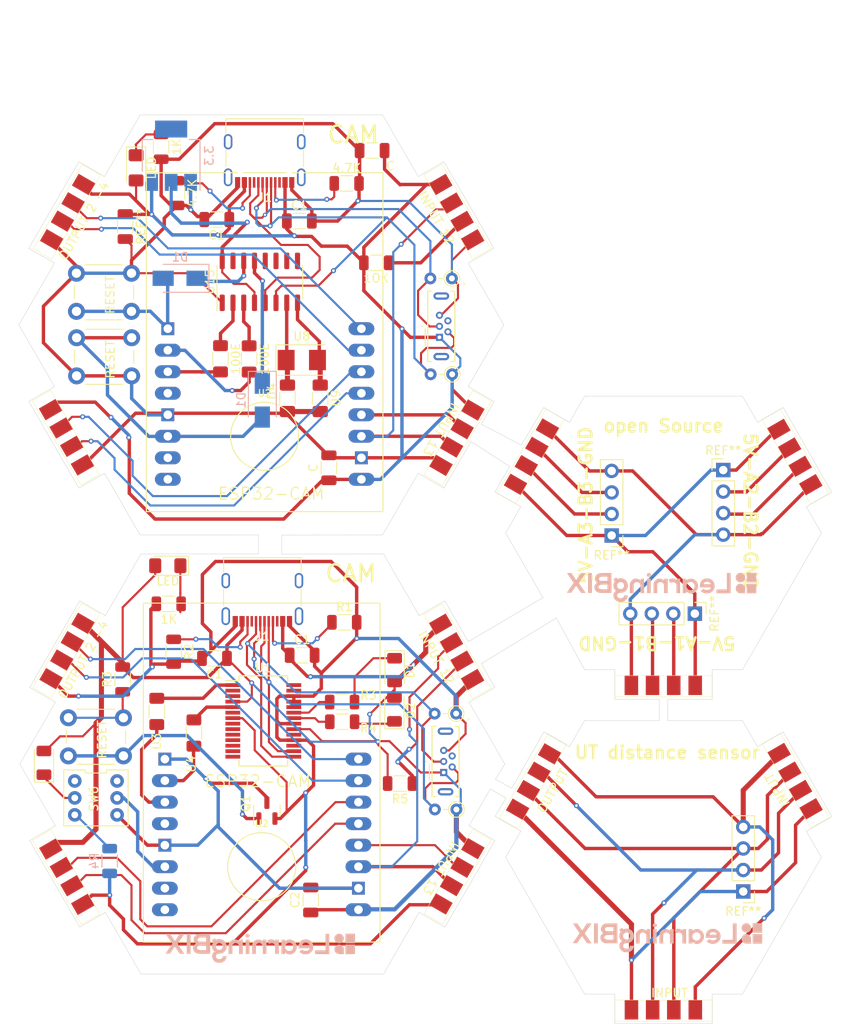
<source format=kicad_pcb>
(kicad_pcb (version 20221018) (generator pcbnew)
  (layers (0 "F.Cu" signal) (31 "B.Cu" signal) (34 "B.Paste" user) (35 "F.Paste" user) (36 "B.SilkS" user "B.Silkscreen") (37 "F.SilkS" user "F.Silkscreen") (38 "B.Mask" user) (39 "F.Mask" user) (44 "Edge.Cuts" user))
  (net 0 "")
  (net 1 "RXD0")
  (net 2 "Net-(U1-TXD)")
  (net 3 "TXD0")
  (net 4 "Net-(U1-RXD)")
  (net 5 "Net-(J1-CC1)")
  (net 6 "GND")
  (net 7 "Net-(J1-CC2)")
  (net 8 "Net-(U1-CBUS0)")
  (net 9 "Net-(D1-K)")
  (net 10 "Net-(U1-CBUS1)")
  (net 11 "Net-(D2-K)")
  (net 14 "+5V")
  (net 22 "D+")
  (net 23 "D-")
  (net 31 "GPIO1")
  (net 35 "GPIO12")
  (net 36 "GPIO13")
  (net 37 "GPIO15")
  (net 38 "GPIO14")
  (net 39 "GPIO2")
  (net 40 "GPIO4")
  (net 41 "VSS")
  (net 42 "rst")
  (net 43 "resi")
  (net 44 "act")
  (net 45 "resi1")
  (net 46 "resi2")
  (net 47 "trig")
  (net 48 "echo")
  (net 49 "A3")
  (net 50 "B3")
  (net 51 "A2")
  (net 52 "B2")
  (net 53 "A1")
  (net 54 "B1")
  (net 55 "txd")
  (net 56 "rxd")
  (net 57 "UD+")
  (net 58 "UD-")
  (net 59 "RTS")
  (net 60 "DTR")
  (net 61 "RST")
  (net 62 "3.3v")
  (net 63 "X1")
  (net 64 "X2")
  (footprint "Capacitor_SMD:C_1206_3216Metric_Pad1.33x1.80mm_HandSolder" (layer "F.Cu") (at 197.435 69.7375 -90)
    (fp_text reference "U9")
    (fp_text value "22pF")
  )
  (footprint "Resistor_SMD:R_1206_3216Metric" (layer "F.Cu") (at 200.555 44.370354)
    (fp_text reference "4.7K")
    (fp_text value "4.7K")
  )
  (footprint "ESP_CAM:ESP32-CAM" (layer "F.Cu") (at 190.52 119.95)
    (fp_text reference "U2")
    (fp_text value "ESP32-CAM")
  )
  (footprint "Capacitor_SMD:C_1206_3216Metric" (layer "F.Cu") (at 174.41 49.46 -90)
    (fp_text reference "REF**")
    (fp_text value "C_1206_3216Metric")
  )
  (footprint "hive:pogo pin 4" (layer "F.Cu") (at 224.413295 115.99268 60)
    (fp_text reference "OUTPUT")
    (fp_text value "output" hide)
  )
  (footprint "hive:pogo pin 4" (layer "F.Cu") (at 169.393295 48.77268 60)
    (fp_text reference "OUTPUT 2 -4")
    (fp_text value "PORT 1 output" hide)
  )
  (footprint "Resistor_SMD:R_1206_3216Metric" (layer "F.Cu") (at 179.55 94 180)
    (fp_text reference "1K")
    (fp_text value "4.7K")
  )
  (footprint "Button_Switch_THT:SW_PUSH_6mm_H8.5mm" (layer "F.Cu") (at 168.67 62.59)
    (fp_text reference "RESET")
    (fp_text value "SW_PUSH_6mm_H8.5mm" hide)
  )
  (footprint "Connector_USB:USB_C_Receptacle_G-Switch_GT-USB-7010ASV" (layer "F.Cu") (at 190.605 92.334646 180)
    (fp_text reference "J1")
    (fp_text value "USB_C_Receptacle_USB2.0")
  )
  (footprint "Connector_PinHeader_2.54mm:PinHeader_1x04_P2.54mm_Vertical" (layer "F.Cu") (at 245.03 78.21)
    (fp_text reference "REF**")
    (fp_text value "PinHeader_1x04_P2.54mm_Vertical")
  )
  (footprint "LED_SMD:LED_1206_3216Metric" (layer "F.Cu") (at 164.81 112.77 90)
    (fp_text reference "D2" hide)
    (fp_text value "LED")
  )
  (footprint "Resistor_SMD:R_1206_3216Metric_Pad1.30x1.75mm_HandSolder" (layer "F.Cu") (at 178.135 106.699646 90)
    (fp_text reference "U3")
    (fp_text value "470E")
  )
  (footprint "Capacitor_SMD:C_1206_3216Metric" (layer "F.Cu") (at 185.225 48.630354 180)
    (fp_text reference "C1")
    (fp_text value "C_Small")
  )
  (footprint "Resistor_THT:R_Axial_DIN0204_L3.6mm_D1.6mm_P2.54mm_Vertical" (layer "F.Cu") (at 212.986 55.586 180)
    (fp_text reference ".")
    (fp_text value "470k" hide)
  )
  (footprint "Package_SO:SOIC-16_3.9x9.9mm_P1.27mm" (layer "F.Cu") (at 190.31 55.99 90)
    (fp_text reference "U15")
    (fp_text value "CH340G")
  )
  (footprint "Connector_PinHeader_2.54mm:PinHeader_1x04_P2.54mm_Vertical" (layer "F.Cu") (at 247.39 127.96 180)
    (fp_text reference "REF**")
    (fp_text value "PinHeader_1x04_P2.54mm_Vertical")
  )
  (footprint "Resistor_SMD:R_1206_3216Metric_Pad1.30x1.75mm_HandSolder" (layer "F.Cu") (at 189.04 65.09 -90)
    (fp_text reference "100E")
    (fp_text value "R_1206_3216Metric_Pad1.30x1.75mm_HandSolder" hide)
  )
  (footprint "Resistor_SMD:R_1206_3216Metric" (layer "F.Cu") (at 200.03 107.92)
    (fp_text reference "R4")
    (fp_text value "1K")
  )
  (footprint "Resistor_SMD:R_1206_3216Metric" (layer "F.Cu") (at 200.02 105.59)
    (fp_text reference "R3")
    (fp_text value "1K")
  )
  (footprint "Resistor_SMD:R_1206_3216Metric" (layer "F.Cu") (at 200.28 96.18)
    (fp_text reference "R1")
    (fp_text value "4.7K")
  )
  (footprint "Capacitor_SMD:C_1206_3216Metric" (layer "F.Cu") (at 203.56 40.49 180)
    (fp_text reference "C")
    (fp_text value "C_1206_3216Metric")
  )
  (footprint "LED_SMD:LED_1206_3216Metric_Pad1.42x1.75mm_HandSolder" (layer "F.Cu") (at 175.69 42.5325 -90)
    (fp_text reference locked "LED")
    (fp_text value "LED_1206_3216Metric_Pad1.42x1.75mm_HandSolder")
  )
  (footprint "Resistor_SMD:R_1206_3216Metric" (layer "F.Cu") (at 174.11 102.92 90)
    (fp_text reference "R3")
    (fp_text value "10K")
  )
  (footprint "hive:pogo pin 4" (layer "F.Cu") (at 211.796706 125.14732 -120)
    (fp_text reference "INPUT 13")
    (fp_text value "PORT 4 input" hide)
  )
  (footprint "Resistor_SMD:R_1206_3216Metric" (layer "F.Cu") (at 204.05 53.74 180)
    (fp_text reference "1OK")
    (fp_text value "1K")
  )
  (footprint "hive:pogo pin 4" (layer "F.Cu") (at 251.713308 77.698808 -60)
    (fp_text reference "INPUT" hide)
    (fp_text value "output" hide)
  )
  (footprint "Connector_USB:USB_C_Receptacle_G-Switch_GT-USB-7010ASV" (layer "F.Cu") (at 190.88 40.525 180)
    (fp_text reference "J1")
    (fp_text value "USB_C_Receptacle_USB2.0")
  )
  (footprint "hive:pogo pin 4" (layer "F.Cu") (at 237.95 139.88 180)
    (fp_text reference "INPUT" hide)
    (fp_text value "output" hide)
  )
  (footprint "hive:pogo pin 4" (layer "F.Cu") (at 224.163295 77.64268 60)
    (fp_text reference "INPUT" hide)
    (fp_text value "output" hide)
  )
  (footprint "LED_SMD:LED_1206_3216Metric" (layer "F.Cu") (at 206.22 101.82 -90)
    (fp_text reference "D1")
    (fp_text value "LED")
  )
  (footprint "Connector_USB:USB_Micro-B_Wuerth_614105150721_Vertical" (layer "F.Cu") (at 211.516 62.536 90)
    (fp_text reference ".")
    (fp_text value "USB_Micro-B_Wuerth_614105150721_Vertical")
  )
  (footprint "Package_TO_SOT_SMD:SOT-23" (layer "F.Cu") (at 191.14 118.41 90)
    (fp_text reference "Q1")
    (fp_text value "AO3400A")
  )
  (footprint "Resistor_SMD:R_1206_3216Metric" (layer "F.Cu") (at 180.13 99.65 -90)
    (fp_text reference "R2")
    (fp_text value "4.7K")
  )
  (footprint "Capacitor_SMD:C_1206_3216Metric" (layer "F.Cu") (at 195.3 100.07)
    (fp_text reference "C1")
    (fp_text value "C_Small")
  )
  (footprint "hive:pogo pin 4" (layer "F.Cu") (at 237.94 101.5775 180)
    (fp_text reference "INPUT" hide)
    (fp_text value "output" hide)
  )
  (footprint "Resistor_SMD:R_1206_3216Metric_Pad1.30x1.75mm_HandSolder" (layer "F.Cu") (at 185.66 65.07 -90)
    (fp_text reference "100E")
    (fp_text value "R_1206_3216Metric_Pad1.30x1.75mm_HandSolder")
  )
  (footprint "hive:pogo pin 4" (layer "F.Cu") (at 211.786705 48.787321 -60)
    (fp_text reference "INPUT 12")
    (fp_text value "PORT 3 input" hide)
  )
  (footprint "Resistor_SMD:R_1206_3216Metric_Pad1.30x1.75mm_HandSolder" (layer "F.Cu") (at 182.52 109.25 90)
    (fp_text reference "U4")
    (fp_text value "470E")
  )
  (footprint "hive:pogo pin 4" (layer "F.Cu") (at 169.313744 100.584151 60)
    (fp_text reference "OUTPUT 2 -4")
    (fp_text value "PORT 1 output" hide)
  )
  (footprint "Capacitor_SMD:C_1206_3216Metric" (layer "F.Cu") (at 198.46 77.94 90)
    (fp_text reference "C")
    (fp_text value "C_1206_3216Metric")
  )
  (footprint "hive:pogo pin 4" (layer "F.Cu") (at 169.243295 73.30268 120)
    (fp_text reference "OUTPUT 14 -15 " hide)
    (fp_text value "PORT 2 output" hide)
  )
  (footprint "Resistor_THT:R_Axial_DIN0204_L3.6mm_D1.6mm_P2.54mm_Vertical" (layer "F.Cu") (at 213.516 118.272 180)
    (fp_text reference ".")
    (fp_text value "470k")
  )
  (footprint "ESP_CAM:ESP32-CAM" (layer "F.Cu") (at 190.87 69.14)
    (fp_text reference "U2")
    (fp_text value "ESP32-CAM")
  )
  (footprint "Connector_PinHeader_2.54mm:PinHeader_1x04_P2.54mm_Vertical" (layer "F.Cu") (at 241.67 95.16 -90)
    (fp_text reference "REF**")
    (fp_text value "PinHeader_1x04_P2.54mm_Vertical")
  )
  (footprint "Crystal:Crystal_SMD_5032-2Pin_5.0x3.2mm" (layer "F.Cu") (at 195.26 65.22)
    (fp_text reference "U8")
    (fp_text value "Crystal")
  )
  (footprint "Resistor_SMD:R_1206_3216Metric" (layer "F.Cu") (at 206.86 115.21 180)
    (fp_text reference "R5")
    (fp_text value "1K")
  )
  (footprint "LED_SMD:LED_1206_3216Metric" (layer "F.Cu") (at 206.2 106.47 90)
    (fp_text reference "D2")
    (fp_text value "LED")
  )
  (footprint "hive:pogo pin 4" (layer "F.Cu") (at 211.803308 73.373576 -120)
    (fp_text reference "INPUT 13")
    (fp_text value "PORT 4 input" hide)
  )
  (footprint "Capacitor_SMD:C_1206_3216Metric" (layer "F.Cu") (at 196.32 128.96 90)
    (fp_text reference "C2")
    (fp_text value "C_Small")
  )
  (footprint "hive:pogo pin 4" (layer "F.Cu") (at 211.776705 100.697321 -60)
    (fp_text reference "INPUT 12")
    (fp_text value "PORT 3 input" hide)
  )
  (footprint "Button_Switch_THT:SW_PUSH_6mm_H8.5mm" (layer "F.Cu") (at 167.7 107.45)
    (fp_text reference "RESET")
    (fp_text value "SW_PUSH_6mm_H8.5mm" hide)
  )
  (footprint "LED_SMD:LED_1206_3216Metric_Pad1.42x1.75mm_HandSolder" (layer "F.Cu") (at 179.4375 89.5 180)
    (fp_text reference locked "LED")
    (fp_text value "LED_1206_3216Metric_Pad1.42x1.75mm_HandSolder")
  )
  (footprint "Button_Switch_THT:SW_PUSH_6mm_H8.5mm" (layer "F.Cu") (at 168.65 54.97)
    (fp_text reference "RESET")
    (fp_text value "SW_PUSH_6mm_H8.5mm" hide)
  )
  (footprint "Resistor_SMD:R_1206_3216Metric" (layer "F.Cu") (at 178.65 40.05 -90)
    (fp_text reference "1K")
    (fp_text value "4.7K")
  )
  (footprint "Resistor_THT:R_Axial_DIN0204_L3.6mm_D1.6mm_P2.54mm_Vertical" (layer "F.Cu") (at 213.486 106.958 180)
    (fp_text reference ".")
    (fp_text value "470k" hide)
  )
  (footprint "Connector_PinHeader_2.54mm:PinHeader_1x04_P2.54mm_Vertical" (layer "F.Cu") (at 231.85 85.93 180)
    (fp_text reference "REF**")
    (fp_text value "PinHeader_1x04_P2.54mm_Vertical")
  )
  (footprint "Connector_USB:USB_Micro-B_Wuerth_614105150721_Vertical" (layer "F.Cu") (at 212.016 113.908 90)
    (fp_text reference ".")
    (fp_text value "USB_Micro-B_Wuerth_614105150721_Vertical")
  )
  (footprint "Capacitor_SMD:C_1206_3216Metric" (layer "F.Cu") (at 194.97 48.81)
    (fp_text reference "C1")
    (fp_text value "C_Small")
  )
  (footprint "hive:pogo pin 4" (layer "F.Cu") (at 251.746705 115.957321 -60)
    (fp_text reference "INPUT" hide)
    (fp_text value "output" hide)
  )
  (footprint "Capacitor_SMD:C_1206_3216Metric" (layer "F.Cu") (at 184.95 100.44 180)
    (fp_text reference "C1")
    (fp_text value "C_Small")
  )
  (footprint "Package_SO:SSOP-28_5.3x10.2mm_P0.65mm" (layer "F.Cu") (at 190.715 107.819646)
    (fp_text reference "U1")
    (fp_text value "FT232RL")
  )
  (footprint "Capacitor_SMD:C_1206_3216Metric_Pad1.33x1.80mm_HandSolder" (layer "F.Cu") (at 193.565 69.7375 -90)
    (fp_text reference "U4")
    (fp_text value "22pF")
  )
  (footprint "Resistor_THT:R_Axial_DIN0204_L3.6mm_D1.6mm_P2.54mm_Vertical" (layer "F.Cu") (at 213.016 66.9 180)
    (fp_text reference ".")
    (fp_text value "470k")
  )
  (footprint "hive:pogo pin 4" (layer "F.Cu") (at 169.277141 125.177895 120)
    (fp_text reference "OUTPUT 14 -15 " hide)
    (fp_text value "PORT 2 output" hide)
  )
  (footprint "switch_dpdt:PUSH_DPDT_6_2MM" (layer "F.Cu") (at 170.95 116.91 -90)
    (fp_text reference "SW6")
    (fp_text value "SW_SPST")
  )
  (footprint "Resistor_SMD:R_1206_3216Metric" (layer "F.Cu") (at 180.52 45.51 -90)
    (fp_text reference "4.7K")
    (fp_text value "4.7K")
  )
  (footprint "Diode_SMD:D_SMA" (layer "B.Cu") (at 190.6 69.954 -90)
    (fp_text reference "D1")
    (fp_text value "D_SMA")
  )
  (footprint "legends_icons:logo_medium" (layer "B.Cu") (at 238.59 133.29 180)
    (fp_text reference "Ref**" hide)
    (fp_text value "logo_mid" hide)
  )
  (footprint "Package_TO_SOT_SMD:SOT-223" (layer "B.Cu") (at 179.83 41.1 90)
    (fp_text reference "3.3")
    (fp_text value "SOT-223")
  )
  (footprint "Diode_SMD:D_SMA" (layer "B.Cu") (at 180.89 55.57 180)
    (fp_text reference "D1")
    (fp_text value "D_SMA")
  )
  (footprint "legends_icons:logo_medium" (layer "B.Cu") (at 237.888854 91.928 180)
    (fp_text reference "Ref**" hide)
    (fp_text value "logo_mid" hide)
  )
  (footprint "legends_icons:logo_medium" (layer "B.Cu") (at 190.498854 134.528 180)
    (fp_text reference "e" hide)
    (fp_text value "logo_mid" hide)
  )
  (footprint "Resistor_SMD:R_1206_3216Metric" (layer "B.Cu") (at 172.57 124.3575 -90)
    (fp_text reference "R4")
    (fp_text value "1K")
  )
  (gr_line (start 215.018878 120.194377) (end 217.400448 121.569377) (stroke (width 0.05)) (layer "Edge.Cuts"))
  (gr_line (start 217.400449 104.241471) (end 215.018878 105.616469) (stroke (width 0.05)) (layer "Edge.Cuts"))
  (gr_line (start 243.728387 105.277508) (end 238.478387 105.277507) (stroke (width 0.05)) (layer "Edge.Cuts"))
  (gr_line (start 219.119039 61.071943) (end 217.409829 64.030493) (stroke (width 0.05)) (layer "Edge.Cuts"))
  (gr_line (start 190.13 88.11) (end 190.15 85.87) (stroke (width 0.05)) (layer "Edge.Cuts"))
  (gr_line (start 212.149966 132.163476) (end 215.349968 126.67692) (stroke (width 0.05)) (layer "Edge.Cuts"))
  (gr_line (start 251.468673 109.496363) (end 252.118192 109.121363) (stroke (width 0.05)) (layer "Edge.Cuts"))
  (gr_line (start 252.118192 109.121363) (end 257.85 119.12) (stroke (width 0.05)) (layer "Edge.Cuts"))
  (gr_line (start 243.728387 104.527508) (end 243.728387 105.277508) (stroke (width 0.05)) (layer "Edge.Cuts"))
  (gr_line (start 211.500448 94.022371) (end 212.149968 93.647371) (stroke (width 0.05)) (layer "Edge.Cuts"))
  (gr_line (start 166.061086 53.782994) (end 161.852811 61.071944) (stroke (width 0.05)) (layer "Edge.Cuts"))
  (gr_line (start 169.038117 93.64737) (end 170.12065 94.272371) (stroke (width 0.05)) (layer "Edge.Cuts"))
  (gr_line (start 184.585923 36.27494) (end 203.509829 36.280493) (stroke (width 0.05)) (layer "Edge.Cuts"))
  (gr_line (start 164.22065 121.319374) (end 166.169207 120.194374) (stroke (width 0.05)) (layer "Edge.Cuts"))
  (gr_line (start 232.228387 143.571514) (end 243.728387 143.571515) (stroke (width 0.05)) (layer "Edge.Cuts"))
  (gr_line (start 204.802481 36.274943) (end 203.509829 36.280493) (stroke (width 0.05)) (layer "Edge.Cuts"))
  (gr_line (start 249.087103 72.577356) (end 251.468673 71.202356) (stroke (width 0.05)) (layer "Edge.Cuts"))
  (gr_line (start 176.277486 137.702426) (end 172.069208 130.413476) (stroke (width 0.05)) (layer "Edge.Cuts"))
  (gr_line (start 238.478387 105.277507) (end 238.478387 107.777507) (stroke (width 0.05)) (layer "Edge.Cuts"))
  (gr_line (start 163.138119 121.944379) (end 164.22065 121.319374) (stroke (width 0.05)) (layer "Edge.Cuts"))
  (gr_line (start 209.010758 43.563893) (end 211.392328 42.188893) (stroke (width 0.05)) (layer "Edge.Cuts"))
  (gr_line (start 224.488102 109.496363) (end 223.838584 109.121364) (stroke (width 0.05)) (layer "Edge.Cuts"))
  (gr_line (start 224.921115 71.452356) (end 223.838584 70.827356) (stroke (width 0.05)) (layer "Edge.Cuts"))
  (gr_line (start 176.169366 36.27494) (end 184.585923 36.27494) (stroke (width 0.05)) (layer "Edge.Cuts"))
  (gr_line (start 232.228387 142.321515) (end 232.228387 143.571514) (stroke (width 0.05)) (layer "Edge.Cuts"))
  (gr_line (start 218.117949 114.713971) (end 220.067949 115.763971) (stroke (width 0.05)) (layer "Edge.Cuts"))
  (gr_line (start 232.228387 105.277507) (end 237.478387 105.277507) (stroke (width 0.05)) (layer "Edge.Cuts"))
  (gr_line (start 176.169366 85.868948) (end 171.961088 78.579998) (stroke (width 0.05)) (layer "Edge.Cuts"))
  (gr_line (start 214.917949 98.463971) (end 223.744672 93.270993) (stroke (width 0.05)) (layer "Edge.Cuts"))
  (gr_line (start 204.910601 88.108421) (end 192.88 88.13) (stroke (width 0.05)) (layer "Edge.Cuts"))
  (gr_line (start 238.478387 69.4835) (end 247.300864 69.4835) (stroke (width 0.05)) (layer "Edge.Cuts"))
  (gr_line (start 238.478387 69.4835) (end 228.65591 69.4835) (stroke (width 0.05)) (layer "Edge.Cuts"))
  (gr_line (start 249.087103 110.871363) (end 251.468673 109.496363) (stroke (width 0.05)) (layer "Edge.Cuts"))
  (gr_line (start 243.728387 142.821515) (end 243.728387 140.071515) (stroke (width 0.05)) (layer "Edge.Cuts"))
  (gr_line (start 170.01253 42.438893) (end 171.961087 43.563893) (stroke (width 0.05)) (layer "Edge.Cuts"))
  (gr_line (start 243.728387 140.071515) (end 247.300864 140.071515) (stroke (width 0.05)) (layer "Edge.Cuts"))
  (gr_line (start 204.802481 36.274943) (end 209.010758 43.563893) (stroke (width 0.05)) (layer "Edge.Cuts"))
  (gr_line (start 211.392329 79.954999) (end 209.010758 78.579998) (stroke (width 0.05)) (layer "Edge.Cuts"))
  (gr_line (start 247.300864 140.071515) (end 256.623341 123.924511) (stroke (width 0.05)) (layer "Edge.Cuts"))
  (gr_line (start 214.910758 53.782991) (end 219.119039 61.071943) (stroke (width 0.05)) (layer "Edge.Cuts"))
  (gr_line (start 223.838584 70.827356) (end 221.18 75.26) (stroke (width 0.05)) (layer "Edge.Cuts"))
  (gr_line (start 169.03812 132.163478) (end 163.138119 121.944379) (stroke (width 0.05)) (layer "Edge.Cuts"))
  (gr_line (start 209.010758 78.579998) (end 204.80248 85.868948) (stroke (width 0.05)) (layer "Edge.Cuts"))
  (gr_line (start 163.029999 52.032993) (end 168.929997 41.813892) (stroke (width 0.05)) (layer "Edge.Cuts"))
  (gr_line (start 217.400448 121.569377) (end 218.049967 121.944377) (stroke (width 0.05)) (layer "Edge.Cuts"))
  (gr_line (start 217.517949 115.863971) (end 215.018878 120.194377) (stroke (width 0.05)) (layer "Edge.Cuts"))
  (gr_line (start 218.049968 103.86647) (end 217.400449 104.241471) (stroke (width 0.05)) (layer "Edge.Cuts"))
  (gr_line (start 237.478387 105.277507) (end 237.478387 107.777507) (stroke (width 0.05)) (layer "Edge.Cuts"))
  (gr_line (start 212.041848 41.813893) (end 216.359829 49.230493) (stroke (width 0.05)) (layer "Edge.Cuts"))
  (gr_line (start 212.041846 80.329998) (end 215.241848 74.843442) (stroke (width 0.05)) (layer "Edge.Cuts"))
  (gr_line (start 166.169206 105.616472) (end 161.960931 112.905422) (stroke (width 0.05)) (layer "Edge.Cuts"))
  (gr_line (start 217.292329 52.407993) (end 214.910758 53.782991) (stroke (width 0.05)) (layer "Edge.Cuts"))
  (gr_line (start 164.22065 104.491471) (end 166.169206 105.616472) (stroke (width 0.05)) (layer "Edge.Cuts"))
  (gr_line (start 228.65591 69.4835) (end 226.869672 72.577356) (stroke (width 0.05)) (layer "Edge.Cuts"))
  (gr_line (start 219.333433 123.924511) (end 228.65591 140.071515) (stroke (width 0.05)) (layer "Edge.Cuts"))
  (gr_line (start 196.494044 137.702426) (end 176.277486 137.702426) (stroke (width 0.05)) (layer "Edge.Cuts"))
  (gr_line (start 232.228387 104.527508) (end 232.228387 105.277507) (stroke (width 0.05)) (layer "Edge.Cuts"))
  (gr_line (start 256.623341 123.924511) (end 254.837103 120.830655) (stroke (width 0.05)) (layer "Edge.Cuts"))
  (gr_line (start 172.069208 130.413476) (end 170.120652 131.538478) (stroke (width 0.05)) (layer "Edge.Cuts"))
  (gr_line (start 212.041846 80.329998) (end 211.392329 79.954999) (stroke (width 0.05)) (layer "Edge.Cuts"))
  (gr_line (start 209.118878 95.397371) (end 211.500448 94.022371) (stroke (width 0.05)) (layer "Edge.Cuts"))
  (gr_line (start 192.88 88.13) (end 192.9 85.88) (stroke (width 0.05)) (layer "Edge.Cuts"))
  (gr_line (start 219.171115 119.705655) (end 221.119672 120.830656) (stroke (width 0.05)) (layer "Edge.Cuts"))
  (gr_line (start 214.910758 68.360899) (end 217.292328 69.735899) (stroke (width 0.05)) (layer "Edge.Cuts"))
  (gr_line (start 247.300864 69.4835) (end 249.087103 72.577356) (stroke (width 0.05)) (layer "Edge.Cuts"))
  (gr_line (start 163.029999 70.110901) (end 164.11253 69.485896) (stroke (width 0.05)) (layer "Edge.Cuts"))
  (gr_line (start 228.65591 101.777508) (end 232.228388 101.777508) (stroke (width 0.05)) (layer "Edge.Cuts"))
  (gr_line (start 204.80248 85.868948) (end 192.9 85.88) (stroke (width 0.05)) (layer "Edge.Cuts"))
  (gr_line (start 171.961088 78.579998) (end 170.012532 79.705) (stroke (width 0.05)) (layer "Edge.Cuts"))
  (gr_line (start 169.579519 79.955) (end 168.93 80.33) (stroke (width 0.05)) (layer "Edge.Cuts"))
  (gr_line (start 217.292328 69.735899) (end 217.941847 70.110899) (stroke (width 0.05)) (layer "Edge.Cuts"))
  (gr_line (start 218.088583 119.080655) (end 219.171115 119.705655) (stroke (width 0.05)) (layer "Edge.Cuts"))
  (gr_line (start 218.088583 80.786648) (end 219.8 77.79) (stroke (width 0.05)) (layer "Edge.Cuts"))
  (gr_line (start 168.929997 41.813892) (end 169.579517 42.188893) (stroke (width 0.05)) (layer "Edge.Cuts"))
  (gr_line (start 166.061087 68.360896) (end 161.852811 61.071944) (stroke (width 0.05)) (layer "Edge.Cuts"))
  (gr_line (start 252.212103 93.270993) (end 256.623341 85.630504) (stroke (width 0.05)) (layer "Edge.Cuts"))
  (gr_line (start 212.149966 132.163476) (end 211.500449 131.788477) (stroke (width 0.05)) (layer "Edge.Cuts"))
  (gr_line (start 243.728387 143.571515) (end 243.728387 142.821515) (stroke (width 0.05)) (layer "Edge.Cuts"))
  (gr_line (start 190.15 85.87) (end 176.169366 85.868948) (stroke (width 0.05)) (layer "Edge.Cuts"))
  (gr_line (start 204.9106 137.702426) (end 196.494044 137.702426) (stroke (width 0.05)) (layer "Edge.Cuts"))
  (gr_line (start 217.941847 70.110899) (end 216.46 72.8) (stroke (width 0.05)) (layer "Edge.Cuts"))
  (gr_line (start 254.837103 82.536648) (end 257.83 80.83) (stroke (width 0.05)) (layer "Edge.Cuts"))
  (gr_line (start 219.8 77.79) (end 215.241848 74.843442) (stroke (width 0.05)) (layer "Edge.Cuts"))
  (gr_line (start 226.869672 110.871364) (end 224.921115 109.746363) (stroke (width 0.05)) (layer "Edge.Cuts"))
  (gr_line (start 256.623341 85.630504) (end 254.837103 82.536648) (stroke (width 0.05)) (layer "Edge.Cuts"))
  (gr_line (start 217.941848 52.032992) (end 217.292329 52.407993) (stroke (width 0.05)) (layer "Edge.Cuts"))
  (gr_line (start 247.300864 101.777508) (end 243.728387 101.777508) (stroke (width 0.05)) (layer "Edge.Cuts"))
  (gr_line (start 251.468673 71.202356) (end 252.118192 70.827356) (stroke (width 0.05)) (layer "Edge.Cuts"))
  (gr_line (start 225.317949 95.663971) (end 228.65591 101.777508) (stroke (width 0.05)) (layer "Edge.Cuts"))
  (gr_line (start 164.11253 69.485896) (end 166.061087 68.360896) (stroke (width 0.05)) (layer "Edge.Cuts"))
  (gr_line (start 247.300864 107.777507) (end 249.087103 110.871363) (stroke (width 0.05)) (layer "Edge.Cuts"))
  (gr_line (start 211.500449 131.788477) (end 209.118878 130.413476) (stroke (width 0.05)) (layer "Edge.Cuts"))
  (gr_line (start 212.149968 93.647371) (end 214.917949 98.463971) (stroke (width 0.05)) (layer "Edge.Cuts"))
  (gr_line (start 232.228388 140.071515) (end 232.228387 142.321515) (stroke (width 0.05)) (layer "Edge.Cuts"))
  (gr_line (start 172.069207 95.397371) (end 176.277486 88.108418) (stroke (width 0.05)) (layer "Edge.Cuts"))
  (gr_line (start 219.367949 116.913971) (end 217.517949 115.863971) (stroke (width 0.05)) (layer "Edge.Cuts"))
  (gr_line (start 171.961087 43.563893) (end 176.169366 36.27494) (stroke (width 0.05)) (layer "Edge.Cuts"))
  (gr_line (start 237.478387 107.777507) (end 228.65591 107.777507) (stroke (width 0.05)) (layer "Edge.Cuts"))
  (gr_line (start 215.018878 105.616469) (end 219.227159 112.905421) (stroke (width 0.05)) (layer "Edge.Cuts"))
  (gr_line (start 204.910601 88.108421) (end 209.118878 95.397371) (stroke (width 0.05)) (layer "Edge.Cuts"))
  (gr_line (start 232.228388 101.777508) (end 232.228387 104.527508) (stroke (width 0.05)) (layer "Edge.Cuts"))
  (gr_line (start 228.65591 107.777507) (end 226.869672 110.871364) (stroke (width 0.05)) (layer "Edge.Cuts"))
  (gr_line (start 221.119672 120.830656) (end 219.333433 123.924511) (stroke (width 0.05)) (layer "Edge.Cuts"))
  (gr_line (start 223.744672 93.270993) (end 219.333433 85.630504) (stroke (width 0.05)) (layer "Edge.Cuts"))
  (gr_line (start 164.22065 104.491471) (end 163.138119 103.866471) (stroke (width 0.05)) (layer "Edge.Cuts"))
  (gr_line (start 238.478387 107.777507) (end 247.300864 107.777507) (stroke (width 0.05)) (layer "Edge.Cuts"))
  (gr_line (start 243.728387 101.777508) (end 243.728387 104.527508) (stroke (width 0.05)) (layer "Edge.Cuts"))
  (gr_line (start 220.067949 115.763971) (end 223.838584 109.121364) (stroke (width 0.05)) (layer "Edge.Cuts"))
  (gr_line (start 219.171115 81.411648) (end 218.088583 80.786648) (stroke (width 0.05)) (layer "Edge.Cuts"))
  (gr_line (start 176.277486 88.108418) (end 190.13 88.11) (stroke (width 0.05)) (layer "Edge.Cuts"))
  (gr_line (start 170.120652 131.538478) (end 169.03812 132.163478) (stroke (width 0.05)) (layer "Edge.Cuts"))
  (gr_line (start 218.049967 121.944377) (end 215.349968 126.67692) (stroke (width 0.05)) (layer "Edge.Cuts"))
  (gr_line (start 209.118878 130.413476) (end 204.9106 137.702426) (stroke (width 0.05)) (layer "Edge.Cuts"))
  (gr_line (start 219.333433 85.630504) (end 221.119672 82.536649) (stroke (width 0.05)) (layer "Edge.Cuts"))
  (gr_line (start 224.921115 109.746363) (end 224.488102 109.496363) (stroke (width 0.05)) (layer "Edge.Cuts"))
  (gr_line (start 170.12065 94.272371) (end 172.069207 95.397371) (stroke (width 0.05)) (layer "Edge.Cuts"))
  (gr_line (start 170.012532 79.705) (end 169.579519 79.955) (stroke (width 0.05)) (layer "Edge.Cuts"))
  (gr_line (start 226.869672 72.577356) (end 224.921115 71.452356) (stroke (width 0.05)) (layer "Edge.Cuts"))
  (gr_line (start 216.467949 101.063971) (end 218.049968 103.86647) (stroke (width 0.05)) (layer "Edge.Cuts"))
  (gr_line (start 252.212103 93.270993) (end 247.300864 101.777508) (stroke (width 0.05)) (layer "Edge.Cuts"))
  (gr_line (start 219.367949 116.913971) (end 218.088583 119.080655) (stroke (width 0.05)) (layer "Edge.Cuts"))
  (gr_line (start 228.65591 140.071515) (end 232.228388 140.071515) (stroke (width 0.05)) (layer "Edge.Cuts"))
  (gr_line (start 163.138119 103.866471) (end 169.038117 93.64737) (stroke (width 0.05)) (layer "Edge.Cuts"))
  (gr_line (start 225.317949 95.663971) (end 216.467949 101.063971) (stroke (width 0.05)) (layer "Edge.Cuts"))
  (gr_line (start 254.837103 120.830655) (end 257.85 119.12) (stroke (width 0.05)) (layer "Edge.Cuts"))
  (gr_line (start 219.227159 112.905421) (end 218.117949 114.713971) (stroke (width 0.05)) (layer "Edge.Cuts"))
  (gr_line (start 216.359829 49.230493) (end 217.941848 52.032992) (stroke (width 0.05)) (layer "Edge.Cuts"))
  (gr_line (start 169.579517 42.188893) (end 170.01253 42.438893) (stroke (width 0.05)) (layer "Edge.Cuts"))
  (gr_line (start 217.409829 64.030493) (end 214.910758 68.360899) (stroke (width 0.05)) (layer "Edge.Cuts"))
  (gr_line (start 211.392328 42.188893) (end 212.041848 41.813893) (stroke (width 0.05)) (layer "Edge.Cuts"))
  (gr_line (start 166.169207 120.194374) (end 161.960931 112.905422) (stroke (width 0.05)) (layer "Edge.Cuts"))
  (gr_line (start 163.029999 52.032993) (end 166.061086 53.782994) (stroke (width 0.05)) (layer "Edge.Cuts"))
  (gr_line (start 216.46 72.8) (end 221.18 75.26) (stroke (width 0.05)) (layer "Edge.Cuts"))
  (gr_line (start 168.93 80.33) (end 163.029999 70.110901) (stroke (width 0.05)) (layer "Edge.Cuts"))
  (gr_line (start 252.118192 70.827356) (end 257.83 80.83) (stroke (width 0.05)) (layer "Edge.Cuts"))
  (gr_line (start 221.119672 82.536649) (end 219.171115 81.411648) (stroke (width 0.05)) (layer "Edge.Cuts"))
  (gr_text "5V-A2-B2-GND" (at 247.36 73.65 -90) (layer "F.SilkS") (effects (font (size 1.5 1.5) (thickness 0.3) bold) (justify left bottom)))
  (gr_text "CAM" (at 201.325 38.610354) (layer "F.SilkS") (effects (font (size 2 2) (thickness 0.3))))
  (gr_text "5V-A3-B3-GND" (at 229.66 91.8 90) (layer "F.SilkS") (effects (font (size 1.5 1.5) (thickness 0.3) bold) (justify left bottom)))
  (gr_text "5V-A1-B1-GND" (at 246.65 97.76 180) (layer "F.SilkS") (effects (font (size 1.5 1.5) (thickness 0.3) bold) (justify left bottom)))
  (gr_text "INPUT\n" (at 236.4 140.52) (layer "F.SilkS") (effects (font (size 1 1)) (justify left bottom)))
  (gr_text "INPUT\n" (at 253.07 117.63 120) (layer "F.SilkS") (effects (font (size 1 1)) (justify left bottom)))
  (gr_text "open Source\n" (at 237.977949 72.983971) (layer "F.SilkS") (effects (font (size 1.5 1.5) (thickness 0.3))))
  (gr_text "CAM" (at 201.05 90.42) (layer "F.SilkS") (effects (font (size 2 2) (thickness 0.3))))
  (gr_text "UT distance sensor" (at 238.41 111.54) (layer "F.SilkS") (effects (font (size 1.5 1.5) (thickness 0.3))))
  (segment (start 179.44 66.61) (end 183.37 66.61) (width 0.4) (layer "F.Cu") (net 1))
  (segment (start 177.2 117.41) (end 179.09 117.41) (width 0.4) (layer "F.Cu") (net 1))
  (segment (start 178.135 109.425) (end 176.35 111.21) (width 0.4) (layer "F.Cu") (net 1))
  (segment (start 183.37 66.61) (end 183.38 66.62) (width 0.4) (layer "F.Cu") (net 1))
  (segment (start 176.35 116.56) (end 177.2 117.41) (width 0.4) (layer "F.Cu") (net 1))
  (segment (start 183.38 66.62) (end 185.66 66.62) (width 0.4) (layer "F.Cu") (net 1))
  (segment (start 178.135 108.249646) (end 178.135 109.425) (width 0.4) (layer "F.Cu") (net 1))
  (segment (start 176.35 111.21) (end 176.35 116.56) (width 0.4) (layer "F.Cu") (net 1))
  (segment (start 183.600354 105.149646) (end 178.135 105.149646) (width 0.4) (layer "F.Cu") (net 2))
  (segment (start 185.155354 103.594646) (end 183.600354 105.149646) (width 0.4) (layer "F.Cu") (net 2))
  (segment (start 187.115 103.594646) (end 185.155354 103.594646) (width 0.4) (layer "F.Cu") (net 2))
  (segment (start 182.475 113.665) (end 181.27 114.87) (width 0.4) (layer "F.Cu") (net 3))
  (segment (start 188.04 68.82) (end 189.04 67.82) (width 0.4) (layer "F.Cu") (net 3))
  (segment (start 189.04 67.82) (end 189.04 66.64) (width 0.4) (layer "F.Cu") (net 3))
  (segment (start 181.27 114.87) (end 179.09 114.87) (width 0.4) (layer "F.Cu") (net 3))
  (segment (start 187.04 68.82) (end 188.04 68.82) (width 0.4) (layer "F.Cu") (net 3))
  (segment (start 182.52 110.8) (end 182.475 110.845) (width 0.4) (layer "F.Cu") (net 3))
  (segment (start 182.475 110.845) (end 182.475 113.665) (width 0.4) (layer "F.Cu") (net 3))
  (via (at 187.04 68.82) (size 0.6) (drill 0.3) (layers "F.Cu" "B.Cu") (net 3))
  (segment (start 186.21 68.82) (end 181.46 64.07) (width 0.4) (layer "B.Cu") (net 3))
  (segment (start 181.46 64.07) (end 179.44 64.07) (width 0.4) (layer "B.Cu") (net 3))
  (segment (start 187.04 68.82) (end 186.21 68.82) (width 0.4) (layer "B.Cu") (net 3))
  (segment (start 184.025354 106.194646) (end 182.52 107.7) (width 0.4) (layer "F.Cu") (net 4))
  (segment (start 187.115 106.194646) (end 184.025354 106.194646) (width 0.4) (layer "F.Cu") (net 4))
  (segment (start 198.8175 96.3725) (end 198.8175 96.18) (width 0.25) (layer "F.Cu") (net 5))
  (segment (start 191.855 98.445) (end 191.855 96.059646) (width 0.25) (layer "F.Cu") (net 5))
  (segment (start 175.69 39.83) (end 175.69 41.045) (width 0.25) (layer "F.Cu") (net 5))
  (segment (start 178.65 38.5875) (end 176.8525 38.5875) (width 0.25) (layer "F.Cu") (net 5))
  (segment (start 180.9125 94.99) (end 180.9125 92.7425) (width 0.25) (layer "F.Cu") (net 5))
  (segment (start 199.0925 45.9375) (end 199.0925 44.370354) (width 0.25) (layer "F.Cu") (net 5))
  (segment (start 180.92 92.735) (end 180.92 89.505) (width 0.25) (layer "F.Cu") (net 5))
  (segment (start 192.13 46.2155) (end 192.13 44.25) (width 0.25) (layer "F.Cu") (net 5))
  (segment (start 176.8525 38.5875) (end 175.65 39.79) (width 0.25) (layer "F.Cu") (net 5))
  (segment (start 198.78 46.25) (end 199.0925 45.9375) (width 0.25) (layer "F.Cu") (net 5))
  (segment (start 192.2545 46.34) (end 192.13 46.2155) (width 0.25) (layer "F.Cu") (net 5))
  (segment (start 180.92 89.505) (end 180.925 89.5) (width 0.25) (layer "F.Cu") (net 5))
  (segment (start 180.9125 92.7425) (end 180.92 92.735) (width 0.25) (layer "F.Cu") (net 5))
  (segment (start 198.21 46.25) (end 198.78 46.25) (width 0.25) (layer "F.Cu") (net 5))
  (segment (start 175.65 39.79) (end 175.69 39.83) (width 0.25) (layer "F.Cu") (net 5))
  (segment (start 192.06 98.65) (end 191.855 98.445) (width 0.25) (layer "F.Cu") (net 5))
  (segment (start 197.09 98.1) (end 198.8175 96.3725) (width 0.25) (layer "F.Cu") (net 5))
  (via (at 198.21 46.25) (size 0.6) (drill 0.3) (layers "F.Cu" "B.Cu") (net 5))
  (via (at 197.09 98.1) (size 0.6) (drill 0.3) (layers "F.Cu" "B.Cu") (net 5))
  (via (at 192.06 98.65) (size 0.6) (drill 0.3) (layers "F.Cu" "B.Cu") (net 5))
  (via (at 192.2545 46.34) (size 0.6) (drill 0.3) (layers "F.Cu" "B.Cu") (net 5))
  (segment (start 192.07 98.66) (end 192.06 98.65) (width 0.25) (layer "B.Cu") (net 5))
  (segment (start 196.53 98.66) (end 192.07 98.66) (width 0.25) (layer "B.Cu") (net 5))
  (segment (start 198.16 46.3) (end 192.2945 46.3) (width 0.25) (layer "B.Cu") (net 5))
  (segment (start 198.21 46.25) (end 198.16 46.3) (width 0.25) (layer "B.Cu") (net 5))
  (segment (start 192.2945 46.3) (end 192.2545 46.34) (width 0.25) (layer "B.Cu") (net 5))
  (segment (start 197.09 98.1) (end 196.53 98.66) (width 0.25) (layer "B.Cu") (net 5))
  (segment (start 177.44 101.29) (end 177.44 94.6475) (width 0.4) (layer "F.Cu") (net 6))
  (segment (start 175.86 134.14) (end 174.2 132.48) (width 0.4) (layer "F.Cu") (net 6))
  (segment (start 234.189999 136.07) (end 234.189999 141.92) (width 0.4) (layer "F.Cu") (net 6))
  (segment (start 199.495354 48.81) (end 201.865354 46.44) (width 0.4) (layer "F.Cu") (net 6))
  (segment (start 215.570449 102.876535) (end 213.486 104.960984) (width 0.6) (layer "F.Cu") (net 6))
  (segment (start 211.516 59.936) (end 211.702 59.936) (width 0.25) (layer "F.Cu") (net 6))
  (segment (start 193.47 115.05) (end 193.47 118.59) (width 0.25) (layer "F.Cu") (net 6))
  (segment (start 181.6425 46.9725) (end 180.52 46.9725) (width 0.4) (layer "F.Cu") (net 6))
  (segment (start 249.55 85.72) (end 249.44 85.83) (width 0.4) (layer "F.Cu") (net 6))
  (segment (start 198.71 89) (end 185.07 89) (width 0.4) (layer "F.Cu") (net 6))
  (segment (start 241.85 85.83) (end 245.03 85.83) (width 0.4) (layer "F.Cu") (net 6))
  (segment (start 196.775 100.07) (end 196.775 101.384646) (width 0.4) (layer "F.Cu") (net 6))
  (segment (start 187.115 107.494646) (end 188.24 107.494646) (width 0.25) (layer "F.Cu") (net 6))
  (segment (start 175.17 67.09) (end 168.67 67.09) (width 0.4) (layer "F.Cu") (net 6))
  (segment (start 197.565 102.174646) (end 201.649646 98.09) (width 0.4) (layer "F.Cu") (net 6))
  (segment (start 198.66 76.76) (end 210.800168 76.76) (width 0.4) (layer "F.Cu") (net 6))
  (segment (start 201.7425 96.18) (end 201.7425 92.0325) (width 0.4) (layer "F.Cu") (net 6))
  (segment (start 201.75 98.09) (end 201.75 97.989646) (width 0.4) (layer "F.Cu") (net 6))
  (segment (start 193.565 71.3) (end 197.435 71.3) (width 0.6) (layer "F.Cu") (net 6))
  (segment (start 211.810449 129.521599) (end 207.968401 129.521599) (width 0.4) (layer "F.Cu") (net 6))
  (segment (start 187.07 134.14) (end 186.81 134.14) (width 0.4) (layer "F.Cu") (net 6))
  (segment (start 249.659832 85.72) (end 249.55 85.72) (width 0.4) (layer "F.Cu") (net 6))
  (segment (start 192.635354 104.894646) (end 192.32 105.21) (width 0.4) (layer "F.Cu") (net 6))
  (segment (start 193.565 71.3) (end 193.565 71.665) (width 0.4) (layer "F.Cu") (net 6))
  (segment (start 185.07 89) (end 183.52 90.55) (width 0.4) (layer "F.Cu") (net 6))
  (segment (start 180.13 101.1125) (end 177.8075 101.1125) (width 0.4) (layer "F.Cu") (net 6))
  (segment (start 183.52 96.32) (end 184.525 97.325) (width 0.4) (layer "F.Cu") (net 6))
  (segment (start 202.085 40.49) (end 198.915 37.32) (width 0.4) (layer "F.Cu") (net 6))
  (segment (start 215.570449 102.876535) (end 215.525385 102.876535) (width 0.6) (layer "F.Cu") (net 6))
  (segment (start 221.377781 118.183803) (end 220.547949 118.183803) (width 0.6) (layer "F.Cu") (net 6))
  (segment (start 179.8225 46.9725) (end 178.65 45.8) (width 0.4) (layer "F.Cu") (net 6))
  (segment (start 189.7 108.954646) (end 189.7 111.28) (width 0.25) (layer "F.Cu") (net 6))
  (segment (start 184.525 97.325) (end 184.525 99.545) (width 0.4) (layer "F.Cu") (net 6))
  (segment (start 182.37 54.97) (end 175.15 54.97) (width 0.25) (layer "F.Cu") (net 6))
  (segment (start 164.75 58.87) (end 168.65 54.97) (width 0.4) (layer "F.Cu") (net 6))
  (segment (start 255.45 79.929832) (end 249.659832 85.72) (width 0.4) (layer "F.Cu") (net 6))
  (segment (start 180.52 46.9725) (end 179.02 48.4725) (width 0.4) (layer "F.Cu") (net 6))
  (segment (start 179.02 49.59) (end 175.15 53.46) (width 0.4) (layer "F.Cu") (net 6))
  (segment (start 183.63 100.44) (end 183.475 100.44) (width 0.4) (layer "F.Cu") (net 6))
  (segment (start 196.775 101.384646) (end 197.565 102.174646) (width 0.4) (layer "F.Cu") (net 6))
  (segment (start 175.15 53.46) (end 175.15 54.97) (width 0.4) (layer "F.Cu") (net 6))
  (segment (start 215.570449 102.876535) (end 215.220834 102.52692) (width 0.6) (layer "F.Cu") (net 6))
  (segment (start 183.155354 100.759646) (end 180.482854 100.759646) (width 0.4) (layer "F.Cu") (net 6))
  (segment (start 224.276604 73.366424) (end 229.22018 78.31) (width 0.4) (layer "F.Cu") (net 6))
  (segment (start 177.44 94.6475) (end 178.0875 94) (width 0.4) (layer "F.Cu") (net 6))
  (segment (start 201.7425 92.0325) (end 198.71 89) (width 0.4) (layer "F.Cu") (net 6))
  (segment (start 196.775 99.585) (end 196.775 100.07) (width 0.4) (layer "F.Cu") (net 6))
  (segment (start 189.7 111.28) (end 193.47 115.05) (width 0.25) (layer "F.Cu") (net 6))
  (segment (start 253.57 120.125867) (end 253.57 124.55) (width 0.4) (layer "F.Cu") (net 6))
  (segment (start 187.405 96.665) (end 184.525 99.545) (width 0.4) (layer "F.Cu") (net 6))
  (segment (start 192.624646 108.144646) (end 194.315 108.144646) (width 0.4) (layer "F.Cu") (net 6))
  (segment (start 183.905 48.630354) (end 183.75 48.630354) (width 0.4) (layer "F.Cu") (net 6))
  (segment (start 193.805 96.615) (end 196.775 99.585) (width 0.4) (layer "F.Cu") (net 6))
  (segment (start 193.565 71.665) (end 198.66 76.76) (width 0.4) (layer "F.Cu") (net 6))
  (segment (start 201.89 46.44) (end 201.89 46.415354) (width 0.4) (layer "F.Cu") (net 6))
  (segment (start 196.445 47.515) (end 196.445 48.81) (width 0.4) (layer "F.Cu") (net 6))
  (segment (start 234.189999 133.570001) (end 234.189999 136.07) (width 0.4) (layer "F.Cu") (net 6))
  (segment (start 184.257677 48.277677) (end 183.905 48.630354) (width 0.4) (layer "F.Cu") (net 6))
  (segment (start 212.016 111.308) (end 212.642 111.308) (width 0.25) (layer "F.Cu") (net 6))
  (segment (start 187.68 44.855354) (end 184.257677 48.277677) (width 0.4) (layer "F.Cu") (net 6))
  (segment (start 187.68 44.25) (end 187.68 44.855354) (width 0.4) (layer "F.Cu") (net 6))
  (segment (start 187.405 96.059646) (end 187.405 96.665) (width 0.4) (layer "F.Cu") (net 6))
  (segment (start 175.15 51.675) (end 174.41 50.935) (width 0.25) (layer "F.Cu") (net 6))
  (segment (start 192.32 107.84) (end 192.32 109.74) (width 0.4) (layer "F.Cu") (net 6))
  (segment (start 255.494743 118.201124) (end 253.57 120.125867) (width 0.4) (layer "F.Cu") (net 6))
  (segment (start 165.506603 50.986256) (end 168.65 54.129653) (width 0.4) (layer "F.Cu") (net 6))
  (segment (start 234.33 78.31) (end 241.85 85.83) (width 0.4) (layer "F.Cu") (net 6))
  (segment (start 182.155 47.485) (end 181.6425 46.9725) (width 0.4) (layer "F.Cu") (net 6))
  (segment (start 180.7775 41.5125) (end 178.65 41.5125) (width 0.4) (layer "F.Cu") (net 6))
  (segment (start 234.189999 136.07) (end 234.189999 131.825853) (width 0.6) (layer "F.Cu") (net 6))
  (segment (start 194.08 45.15) (end 196.445 47.515) (width 0.4) (layer "F.Cu") (net 6))
  (segment (start 165.657052 102.837727) (end 167.709325 104.89) (width 0.4) (layer "F.Cu") (net 6))
  (segment (start 253.57 124.55) (end 250.16 127.96) (width 0.4) (layer "F.Cu") (net 6))
  (segment (start 172.57 129.58) (end 172.57 128.39) (width 0.4) (layer "F.Cu") (net 6))
  (segment (start 175.15 54.97) (end 175.15 51.675) (width 0.25) (layer "F.Cu") (net 6))
  (segment (start 168.9 104.89) (end 168.91 104.89) (width 0.4) (layer "F.Cu") (net 6))
  (segment (start 182.155 47.485) (end 182.947677 48.277677) (width 0.4) (layer "F.Cu") (net 6))
  (segment (start 192.32 107.84) (end 192.624646 108.144646) (width 0.4) (layer "F.Cu") (net 6))
  (segment (start 169.470168 77.659832) (end 175.63 71.5) (width 0.4) (layer "F.Cu") (net 6))
  (segment (start 174.2 131.21) (end 172.57 129.58) (width 0.4) (layer "F.Cu") (net 6))
  (segment (start 210.800168 76.76) (end 211.69 77.649832) (width 0.4) (layer "F.Cu") (net 6))
  (segment (start 164.75 63.17) (end 164.75 58.87) (width 0.4) (layer "F.Cu") (net 6))
  (segment (start 196.445 48.81) (end 199.495354 48.81) (width 0.4) (layer "F.Cu") (net 6))
  (segment (start 198.915 37.32) (end 184.97 37.32) (width 0.4) (layer "F.Cu") (net 6))
  (segment (start 213.7 56.3) (end 212.986 55.586) (width 0.25) (layer "F.Cu") (net 6))
  (segment (start 197.565 102.174646) (end 197.565 103.969646) (width 0.4) (layer "F.Cu") (net 6))
  (segment (start 192.674646 110.094646) (end 194.315 110.094646) (width 0.4) (layer "F.Cu") (net 6))
  (segment (start 194.08 44.25) (end 194.08 45.15) (width 0.4) (layer "F.Cu") (net 6))
  (segment (start 202.025 46.280354) (end 202.025 46.18) (width 0.4) (layer "F.Cu") (net 6))
  (segment (start 169.28 77.659832) (end 169.470168 77.659832) (width 0.4) (layer "F.Cu") (net 6))
  (segment (start 213.486 104.960984) (end 213.486 106.958) (width 0.6) (layer "F.Cu") (net 6))
  (segment (start 212.642 111.308) (end 214.6 109.35) (width 0.25) (layer "F.Cu") (net 6))
  (segment (start 201.649646 98.09) (end 201.75 98.09) (width 0.4) (layer "F.Cu") (net 6))
  (segment (start 192.32 105.21) (end 192.32 107.84) (width 0.4) (layer "F.Cu") (net 6))
  (segment (start 170.48192 128.39) (end 169.400449 129.471471) (width 0.4) (layer "F.Cu") (net 6))
  (segment (start 177.8075 101.1125) (end 177.6 101.32) (width 0.4) (layer "F.Cu") (net 6))
  (segment (start 196.65 115.41) (end 193.47 118.59) (width 0.4) (layer "F.Cu") (net 6))
  (segment (start 172.57 128.39) (end 170.48192 128.39) (width 0.4) (layer "F.Cu") (net 6))
  (segment (start 201.75 97.989646) (end 201.7425 97.997146) (width 0.4) (layer "F.Cu") (net 6))
  (segment (start 194.315 110.094646) (end 195.944646 110.094646) (width 0.4) (layer "F.Cu") (net 6))
  (segment (start 196.64 104.894646) (end 194.315 104.894646) (width 0.4) (layer "F.Cu") (net 6))
  (segment (start 193.805 96.059646) (end 193.805 96.615) (width 0.4) (layer "F.Cu") (net 6))
  (segment (start 229.22018 78.31) (end 234.33 78.31) (width 0.4) (layer "F.Cu") (net 6))
  (segment (start 234.189999 131.825853) (end 220.547949 118.183803) (width 0.6) (layer "F.Cu") (net 6))
  (segment (start 215.433397 51.023577) (end 212.986 53.470974) (width 0.25) (layer "F.Cu") (net 6))
  (segment (start 214.6 109.35) (end 214.6 108.072) (width 0.25) (layer "F.Cu") (net 6))
  (segment (start 248.76 127.96) (end 247.39 127.96) (width 0.4) (layer "F.Cu") (net 6))
  (segment (start 203.35 134.14) (end 186.81 134.14) (width 0.4) (layer "F.Cu") (net 6))
  (segment (start 234.179999 95.289999) (end 234.05 95.16) (width 0.4) (layer "F.Cu") (net 6))
  (segment (start 186.81 134.14) (end 175.86 134.14) (width 0.4) (layer "F.Cu") (net 6))
  (segment (start 180.482854 100.759646) (end 180.13 101.1125) (width 0.4) (layer "F.Cu") (net 6))
  (segment (start 168.67 67.09) (end 164.75 63.17) (width 0.4) (layer "F.Cu") (net 6))
  (segment (start 195.73 125.48) (end 187.07 134.14) (width 0.4) (layer "F.Cu") (net 6))
  (segment (start 184.97 37.32) (end 180.7775 41.5125) (width 0.4) (layer "F.Cu") (net 6))
  (segment (start 202.0175 46.1875) (end 202.0175 44.370354) (width 0.4) (layer "F.Cu") (net 6))
  (segment (start 250.16 127.96) (end 248.76 127.96) (width 0.4) (layer "F.Cu") (net 6))
  (segment (start 194.315 104.894646) (end 194.315 105.544646) (width 0.4) (layer "F.Cu") (net 6))
  (segment (start 195.73 125.11) (end 195.73 125.48) (width 0.4) (layer "F.Cu") (net 6))
  (segment (start 175.63 71.5) (end 193.365 71.5) (width 0.4) (layer "F.Cu") (net 6))
  (segment (start 183.52 90.55) (end 183.52 96.32) (width 0.4) (layer "F.Cu") (net 6))
  (segment (start 211.702 59.936) (end 213.7 57.938) (width 0.25) (layer "F.Cu") (net 6))
  (segment (start 196.65 110.8) (end 196.65 115.41) (width 0.4) (layer "F.Cu") (net 6))
  (segment (start 234.179999 103.6175) (end 234.179999 95.289999) (width 0.4) (layer "F.Cu") (net 6))
  (segment (start 201.865354 46.44) (end 201.89 46.44) (width 0.4) (layer "F.Cu") (net 6))
  (segment (start 182.947677 48.277677) (end 184.257677 48.277677) (width 0.4) (layer "F.Cu") (net 6))
  (segment (start 195.944646 110.094646) (end 196.65 110.8) (width 0.4) (layer "F.Cu") (net 6))
  (segment (start 180.52 46.9725) (end 179.8225 46.9725) (width 0.4) (layer "F.Cu") (net 6))
  (segment (start 202.025 46.18) (end 202.0175 46.1875) (width 0.4) (layer "F.Cu") (net 6))
  (segment (start 201.89 46.415354) (end 202.025 46.280354) (width 0.4) (layer "F.Cu") (net 6))
  (segment (start 212.986 53.470974) (end 212.986 55.586) (width 0.25) (layer "F.Cu") (net 6))
  (segment (start 177.6 101.45) (end 177.44 101.29) (width 0.4) (layer "F.Cu") (net 6))
  (segment (start 249.44 85.83) (end 245.03 85.83) (width 0.4) (layer "F.Cu") (net 6))
  (segment (start 192.7125 119.3475) (end 192.09 119.3475) (width 0.4) (layer "F.Cu") (net 6))
  (segment (start 168.65 54.129653) (end 168.65 54.97) (width 0.4) (layer "F.Cu") (net 6))
  (segment (start 214.6 108.072) (end 213.486 106.958) (width 0.25) (layer "F.Cu") (net 6))
  (segment (start 179.02 48.4725) (end 179.02 49.59) (width 0.4) (layer "F.Cu") (net 6))
  (segment (start 202.085 44.302854) (end 202.0175 44.370354) (width 0.4) (layer "F.Cu") (net 6))
  (segment (start 194.315 104.894646) (end 192.635354 104.894646) (width 0.4) (layer "F.Cu") (net 6))
  (segment (start 201.7425 97.997146) (end 201.7425 96.18) (width 0.4) (layer "F.Cu") (net 6))
  (segment (start 192.32 109.74) (end 192.674646 110.094646) (width 0.4) (layer "F.Cu") (net 6))
  (segment (start 193.47 118.59) (end 192.7125 119.3475) (width 0.4) (layer "F.Cu") (net 6))
  (segment (start 197.565 103.969646) (end 196.64 104.894646) (width 0.4) (layer "F.Cu") (net 6))
  (segment (start 177.6 101.32) (end 177.6 101.45) (width 0.4) (layer "F.Cu") (net 6))
  (segment (start 177.6 101.45) (end 177.47 101.45) (width 0.4) (layer "F.Cu") (net 6))
  (segment (start 213.7 57.938) (end 213.7 56.3) (width 0.25) (layer "F.Cu") (net 6))
  (segment (start 185.865 58.465) (end 182.37 54.97) (width 0.25) (layer "F.Cu") (net 6))
  (segment (start 174.2 132.48) (end 174.2 131.21) (width 0.4) (layer "F.Cu") (net 6))
  (segment (start 193.365 71.5) (end 193.565 71.3) (width 0.4) (layer "F.Cu") (net 6))
  (segment (start 177.47 101.45) (end 177.53 101.39) (width 0.4) (layer "F.Cu") (net 6))
  (segment (start 184.525 99.545) (end 183.63 100.44) (width 0.4) (layer "F.Cu") (net 6))
  (segment (start 167.709325 104.89) (end 168.9 104.89) (width 0.4) (layer "F.Cu") (net 6))
  (segment (start 207.968401 129.521599) (end 203.35 134.14) (width 0.4) (layer "F.Cu") (net 6))
  (segment (start 188.24 107.494646) (end 189.7 108.954646) (width 0.25) (layer "F.Cu") (net 6))
  (segment (start 183.475 100.44) (end 183.155354 100.759646) (width 0.4) (layer "F.Cu") (net 6))
  (segment (start 183.75 48.630354) (end 183.430354 48.95) (width 0.4) (layer "F.Cu") (net 6))
  (segment (start 178.65 45.8) (end 178.65 41.5125) (width 0.4) (layer "F.Cu") (net 6))
  (segment (start 202.085 40.49) (end 202.085 44.302854) (width 0.4) (layer "F.Cu") (net 6))
  (via (at 234.189999 136.07) (size 0.6) (drill 0.3) (layers "F.Cu" "B.Cu") (net 6))
  (via (at 195.72 116.31) (size 0.6) (drill 0.3) (layers "F.Cu" "B.Cu") (net 6))
  (via (at 177.6 101.45) (size 0.6) (drill 0.3) (layers "F.Cu" "B.Cu") (net 6))
  (via (at 172.57 128.39) (size 0.6) (drill 0.3) (layers "F.Cu" "B.Cu") (net 6))
  (via (at 195.73 125.11) (size 0.6) (drill 0.3) (layers "F.Cu" "B.Cu") (net 6))
  (via (at 182.155 47.485) (size 0.6) (drill 0.3) (layers "F.Cu" "B.Cu") (net 6))
  (via (at 168.9 104.89) (size 0.6) (drill 0.3) (layers "F.Cu" "B.Cu") (net 6))
  (via (at 201.89 46.44) (size 0.6) (drill 0.3) (layers "F.Cu" "B.Cu") (net 6))
  (via (at 201.75 98.09) (size 0.6) (drill 0.3) (layers "F.Cu" "B.Cu") (net 6))
  (segment (start 172.57 128.39) (end 172.57 125.82) (width 0.4) (layer "B.Cu") (net 6))
  (segment (start 195.73 121.95) (end 195.72 121.94) (width 0.4) (layer "B.Cu") (net 6))
  (segment (start 241.67 85.83) (end 245.03 85.83) (width 0.4) (layer "B.Cu") (net 6))
  (segment (start 177.6 101.45) (end 174.15 104.9) (width 0.4) (layer "B.Cu") (net 6))
  (segment (start 207.83 46.44) (end 201.85 46.44) (width 0.25) (layer "B.Cu") (net 6))
  (segment (start 234.189999 136.07) (end 242.3 127.96) (width 0.4) (layer "B.Cu") (net 6))
  (segment (start 212.986 51.596) (end 207.83 46.44) (width 0.25) (layer "B.Cu") (net 6))
  (segment (start 201.75 98.09) (end 206.682999 98.09) (width 0.4) (layer "B.Cu") (net 6))
  (segment (start 195.73 125.11) (end 195.73 121.95) (width 0.4) (layer "B.Cu") (net 6))
  (segment (start 195.72 116.31) (end 195.7 116.31) (width 0.4) (layer "B.Cu") (net 6))
  (segment (start 234.05 93.45) (end 241.67 85.83) (width 0.4) (layer "B.Cu") (net 6))
  (segment (start 174.15 104.9) (end 168.92 104.9) (width 0.4) (layer "B.Cu") (net 6))
  (segment (start 195.72 121.94) (end 195.72 116.33) (width 0.4) (layer "B.Cu") (net 6))
  (segment (start 182.13 47.46) (end 182.13 44.25) (width 0.4) (layer "B.Cu") (net 6))
  (segment (start 182.155 47.485) (end 182.13 47.46) (width 0.4) (layer "B.Cu") (net 6))
  (segment (start 177.096 71.69) (end 175.17 69.764) (width 0.4) (layer "B.Cu") (net 6))
  (segment (start 201.85 46.44) (end 201.83 46.46) (width 0.25) (layer "B.Cu") (net 6))
  (segment (start 179.44 71.69) (end 177.096 71.69) (width 0.4) (layer "B.Cu") (net 6))
  (segment (start 212.986 55.586) (end 212.986 51.596) (width 0.25) (layer "B.Cu") (net 6))
  (segment (start 195.7 116.31) (end 195.72 116.33) (width 0.4) (layer "B.Cu") (net 6))
  (segment (start 175.17 69.764) (end 175.17 67.09) (width 0.4) (layer "B.Cu") (net 6))
  (segment (start 175.15 54.97) (end 168.65 54.97) (width 0.4) (layer "B.Cu") (net 6))
  (segment (start 195.72 116.33) (end 195.72 116.31) (width 0.4) (layer "B.Cu") (net 6))
  (segment (start 242.3 127.96) (end 247.39 127.96) (width 0.4) (layer "B.Cu") (net 6))
  (segment (start 206.682999 98.09) (end 213.486 104.893001) (width 0.4) (layer "B.Cu") (net 6))
  (segment (start 213.486 104.893001) (end 213.486 106.958) (width 0.4) (layer "B.Cu") (net 6))
  (segment (start 234.05 95.16) (end 234.05 93.45) (width 0.4) (layer "B.Cu") (net 6))
  (segment (start 188.855 97.615) (end 188.855 96.059646) (width 0.25) (layer "F.Cu") (net 7))
  (segment (start 182.74 98.17) (end 182.7225 98.1875) (width 0.25) (layer "F.Cu") (net 7))
  (segment (start 187.99 98.48) (end 188.855 97.615) (width 0.25) (layer "F.Cu") (net 7))
  (segment (start 183.51 44.36) (end 180.8325 44.36) (width 0.25) (layer "F.Cu") (net 7))
  (segment (start 188.265 47.300354) (end 188.265 46.670354) (width 0.25) (layer "F.Cu") (net 7))
  (segment (start 188.265 46.670354) (end 189.13 45.805354) (width 0.25) (layer "F.Cu") (net 7))
  (segment (start 187.99 99.11) (end 187.99 98.48) (width 0.25) (layer "F.Cu") (net 7))
  (segment (start 184.42 45.27) (end 183.51 44.36) (width 0.25) (layer "F.Cu") (net 7))
  (segment (start 182.7225 98.1875) (end 180.13 98.1875) (width 0.25) (layer "F.Cu") (net 7))
  (segment (start 189.13 45.805354) (end 189.13 44.25) (width 0.25) (layer "F.Cu") (net 7))
  (segment (start 180.8325 44.36) (end 180.52 44.0475) (width 0.25) (layer "F.Cu") (net 7))
  (via (at 187.99 99.11) (size 0.6) (drill 0.3) (layers "F.Cu" "B.Cu") (net 7))
  (via (at 182.74 98.17) (size 0.6) (drill 0.3) (layers "F.Cu" "B.Cu") (net 7))
  (via (at 184.42 45.27) (size 0.6) (drill 0.3) (layers "F.Cu" "B.Cu") (net 7))
  (via (at 188.265 47.300354) (size 0.6) (drill 0.3) (layers "F.Cu" "B.Cu") (net 7))
  (segment (start 184.46 98.17) (end 182.74 98.17) (width 0.25) (layer "B.Cu") (net 7))
  (segment (start 187.99 99.11) (end 185.4 99.11) (width 0.25) (layer "B.Cu") (net 7))
  (segment (start 184.42 45.3) (end 186.420354 47.300354) (width 0.25) (layer "B.Cu") (net 7))
  (segment (start 185.4 99.11) (end 184.46 98.17) (width 0.25) (layer "B.Cu") (net 7))
  (segment (start 184.42 45.27) (end 184.42 45.3) (width 0.25) (layer "B.Cu") (net 7))
  (segment (start 182.74 98.17) (end 182.71 98.17) (width 0.25) (layer "B.Cu") (net 7))
  (segment (start 182.71 98.17) (end 182.69 98.15) (width 0.25) (layer "B.Cu") (net 7))
  (segment (start 186.420354 47.300354) (end 188.265 47.300354) (width 0.25) (layer "B.Cu") (net 7))
  (segment (start 197.34 105.59) (end 198.5575 105.59) (width 0.25) (layer "F.Cu") (net 8))
  (segment (start 194.315 106.844646) (end 196.085354 106.844646) (width 0.25) (layer "F.Cu") (net 8))
  (segment (start 196.085354 106.844646) (end 197.34 105.59) (width 0.25) (layer "F.Cu") (net 8))
  (segment (start 201.49 102.65) (end 201.49 105.5825) (width 0.25) (layer "F.Cu") (net 9))
  (segment (start 203.72 100.42) (end 201.49 102.65) (width 0.25) (layer "F.Cu") (net 9))
  (segment (start 201.49 105.5825) (end 201.4825 105.59) (width 0.25) (layer "F.Cu") (net 9))
  (segment (start 206.22 100.42) (end 203.72 100.42) (width 0.25) (layer "F.Cu") (net 9))
  (segment (start 194.315 107.494646) (end 196.814646 107.494646) (width 0.25) (layer "F.Cu") (net 10))
  (segment (start 197.24 107.92) (end 198.5675 107.92) (width 0.25) (layer "F.Cu") (net 10))
  (segment (start 196.814646 107.494646) (end 197.24 107.92) (width 0.25) (layer "F.Cu") (net 10))
  (segment (start 206.2 107.87) (end 205.92 108.15) (width 0.25) (layer "F.Cu") (net 11))
  (segment (start 205.92 108.15) (end 201.7225 108.15) (width 0.25) (layer "F.Cu") (net 11))
  (segment (start 201.7225 108.15) (end 201.4925 107.92) (width 0.25) (layer "F.Cu") (net 11))
  (segment (start 170.311873 96.307895) (end 169.427052 96.307895) (width 0.6) (layer "F.Cu") (net 14))
  (segment (start 170.96 120.6) (end 169.4 122.16) (width 0.6) (layer "F.Cu") (net 14))
  (segment (start 202.5875 57.0375) (end 207.09 61.54) (width 0.4) (layer "F.Cu") (net 14))
  (segment (start 177.95 90.5725) (end 174.11 94.4125) (width 0.25) (layer "F.Cu") (net 14))
  (segment (start 177.53 48.02) (end 174.445 48.02) (width 0.4) (layer "F.Cu") (net 14))
  (segment (start 204.16 110.21) (end 204.23 110.28) (width 0.25) (layer "F.Cu") (net 14))
  (segment (start 175.69 44.02) (end 175.69 46.42) (width 0.25) (layer "F.Cu") (net 14))
  (segment (start 251.68 73.4) (end 251.36 73.4) (width 0.4) (layer "F.Cu") (net 14))
  (segment (start 174.89 74.39) (end 174.9 74.38) (width 0.4) (layer "F.Cu") (net 14))
  (segment (start 251.724743 111.671292) (end 250.677601 111.671292) (width 0.6) (layer "F.Cu") (net 14))
  (segment (start 195.92 102.57) (end 196.29 102.6) (width 0.4) (layer "F.Cu") (net 14))
  (segment (start 176.23 46.96) (end 174.9 45.63) (width 0.4) (layer "F.Cu") (net 14))
  (segment (start 209.9 99.71) (end 209.9 98.247152) (width 0.6) (layer "F.Cu") (net 14))
  (segment (start 213.016 68.676) (end 213.016 66.9) (width 0.4) (layer "F.Cu") (net 14))
  (segment (start 241.67 95.16) (end 241.67 92.8) (width 0.4) (layer "F.Cu") (net 14))
  (segment (start 193.005 99.25) (end 193.825 100.07) (width 0.4) (layer "F.Cu") (net 14))
  (segment (start 172.73 72.05) (end 172.69 72.01) (width 0.4) (layer "F.Cu") (net 14))
  (segment (start 236.72 87.85) (end 233.77 87.85) (width 0.4) (layer "F.Cu") (net 14))
  (segment (start 189.36 103.35) (end 189.34 103.33) (width 0.25) (layer "F.Cu") (net 14))
  (segment (start 196.645 130.11) (end 196.32 130.435) (width 0.4) (layer "F.Cu") (net 14))
  (segment (start 188.205 96.059646) (end 188.205 97.105) (width 0.4) (layer "F.Cu") (net 14))
  (segment (start 170.96 97.840843) (end 169.427052 96.307895) (width 0.6) (layer "F.Cu") (net 14))
  (segment (start 203.94 110.21) (end 204.16 110.21) (width 0.25) (layer "F.Cu") (net 14))
  (segment (start 175.3525 102.7) (end 174.11 101.4575) (width 0.4) (layer "F.Cu") (net 14))
  (segment (start 189.34 103.33) (end 189.27 103.285) (width 0.25) (layer "F.Cu") (net 14))
  (segment (start 246.55 78.21) (end 245.03 78.21) (width 0.4) (layer "F.Cu") (net 14))
  (segment (start 185.94 50.45) (end 186.7 49.69) (width 0.4) (layer "F.Cu") (net 14))
  (segment (start 189.27 103.285) (end 186.425 100.44) (width 0.25) (layer "F.Cu") (net 14))
  (segment (start 170.87 70.19) (end 172.67 71.99) (width 0.4) (layer "F.Cu") (net 14))
  (segment (start 226.540347 85.93) (end 231.85 85.93) (width 0.4) (layer "F.Cu") (net 14))
  (segment (start 170.450179 45.63) (end 169.276603 44.456424) (width 0.4) (layer "F.Cu") (net 14))
  (segment (start 184.165 102.7) (end 175.3525 102.7) (width 0.4) (layer "F.Cu") (net 14))
  (segment (start 169.427052 96.774552) (end 169.427052 96.307895) (width 0.25) (layer "F.Cu") (net 14))
  (segment (start 208.43 101.18) (end 206.39 103.22) (width 0.6) (layer "F.Cu") (net 14))
  (segment (start 208.086 62.536) (end 211.516 62.536) (width 0.4) (layer "F.Cu") (net 14))
  (segment (start 196.29 102.6) (end 196.3 102.57) (width 0.4) (layer "F.Cu") (net 14))
  (segment (start 197.565 51.775) (end 200.6225 51.775) (width 0.4) (layer "F.Cu") (net 14))
  (segment (start 193.495 48.81) (end 193.495 49.755) (width 0.4) (layer "F.Cu") (net 14))
  (segment (start 241.67 92.8) (end 236.72 87.85) (width 0.4) (layer "F.Cu") (net 14))
  (segment (start 215.580449 122.991767) (end 213.516 120.927318) (width 0.6) (layer "F.Cu") (net 14))
  (segment (start 241.72 95.21) (end 241.67 95.16) (width 0.4) (layer "F.Cu") (net 14))
  (segment (start 174.11 94.4125) (end 174.11 101.4575) (width 0.25) (layer "F.Cu") (net 14))
  (segment (start 204.25 110.6) (end 205.3975 111.7475) (width 0.25) (layer "F.Cu") (net 14))
  (segment (start 188.205 97.105) (end 186.425 98.885) (width 0.4) (layer "F.Cu") (net 14))
  (segment (start 165.630449 122.941639) (end 166.130281 122.941639) (width 0.6) (layer "F.Cu") (net 14))
  (segment (start 193.125 83.99) (end 177.93 83.99) (width 0.4) (layer "F.Cu") (net 14))
  (segment (start 186.425 98.885) (end 186.425 100.44) (width 0.4) (layer "F.Cu") (net 14))
  (segment (start 174.89 74.43) (end 174.83 74.37) (width 0.4) (layer "F.Cu") (net 14))
  (segment (start 213.516 120.927318) (end 213.516 118.272) (width 0.6) (layer "F.Cu") (net 14))
  (segment (start 188.48 45.295354) (end 186.7 47.075354) (width 0.4) (layer "F.Cu") (net 14))
  (segment (start 206.22 103.22) (end 206.22 104.1) (width 0.25) (layer "F.Cu") (net 14))
  (segment (start 209.308 113.908) (end 212.016 113.908) (width 0.25) (layer "F.Cu") (net 14))
  (segment (start 206.22 104.1) (end 203.28 107.04) (width 0.25) (layer "F.Cu") (net 14))
  (segment (start 206.87 44.53) (end 206.906255 44.493745) (width 0.4) (layer "F.Cu") (net 14))
  (segment (start 185.34 50.45) (end 185.94 50.45) (width 0.4) (layer "F.Cu") (net 14))
  (segment (start 243.83 116.78) (end 247.39 120.34) (width 0.4) (layer "F.Cu") (net 14))
  (segment (start 194.36 50.62) (end 196.41 50.62) (width 0.4) (layer "F.Cu") (net 14))
  (segment (start 205.61 110.21) (end 209.308 113.908) (width 0.25) (layer "F.Cu") (net 14))
  (segment (start 247.39 116.006035) (end 247.39 120.34) (width 0.6) (layer "F.Cu") (net 14))
  (segment (start 193.28 48.595) (end 193.495 48.81) (width 0.4) (layer "F.Cu") (net 14))
  (segment (start 170.96 97.840843) (end 171.000843 97.840843) (width 0.6) (layer "F.Cu") (net 14))
  (segment (start 175.69 46.42) (end 176.23 46.96) (width 0.25) (layer "F.Cu") (net 14))
  (segment (start 201.95 130.11) (end 196.645 130.11) (width 0.4) (layer "F.Cu") (net 14))
  (segment (start 172.67 71.99) (end 172.73 71.99) (width 0.4) (layer "F.Cu") (net 14))
  (segment (start 205.035 40.49) (end 205.035 42.695) (width 0.4) (layer "F.Cu") (net 14))
  (segment (start 186.425 100.44) (end 184.165 102.7) (width 0.4) (layer "F.Cu") (net 14))
  (segment (start 251.609346 111.833716) (end 251.233091 112.209971) (width 0.6) (layer "F.Cu") (net 14))
  (segment (start 204.23 110.28) (end 204.25 110.28) (width 0.25) (layer "F.Cu") (net 14))
  (segment (start 215.46 71.12) (end 213.016 68.676) (width 0.4) (layer "F.Cu") (net 14))
  (segment (start 186.7 49.69) (end 186.7 48.630354) (width 0.4) (layer "F.Cu") (net 14))
  (segment (start 206.906255 44.493745) (end 211.663397 44.493745) (width 0.4) (layer "F.Cu") (net 14))
  (segment (start 205.3975 111.7475) (end 205.3975 115.21) (width 0.25) (layer "F.Cu") (net 14))
  (segment (start 177.53 48.02) (end 177.29 48.02) (width 0.4) (layer "F.Cu") (net 14))
  (segment (start 249.86 131.08) (end 249.86 131.08) (width 0.4) (layer "F.Cu") (net 14))
  (segment (start 249.86 131.11) (end 249.86 131.08) (width 0.4) (layer "F.Cu") (net 14))
  (segment (start 193.005 96.059646) (end 193.005 99.25) (width 0.4) (layer "F.Cu") (net 14))
  (segment (start 193.495 49.755) (end 194.36 50.62) (width 0.4) (layer "F.Cu") (net 14))
  (segment (start 166.412088 122.16) (end 165.630449 122.941639) (width 0.6) (layer "F.Cu") (net 14))
  (segment (start 224.883971 111.653971) (end 230.01 116.78) (width 0.4) (layer "F.Cu") (net 14))
  (segment (start 202.3 79.31) (end 197.805 79.31) (width 0.4) (layer "F.Cu") (net 14))
  (segment (start 172.73 71.99) (end 172.73 72.05) (width 0.4) (layer "F.Cu") (net 14))
  (segment (start 166.71 109.64) (end 164.98 111.37) (width 0.25) (layer "F.Cu") (net 14))
  (segment (start 196.41 50.62) (end 197.565 51.775) (width 0.4) (layer "F.Cu") (net 14))
  (segment (start 211.663397 44.493745) (end 209.996255 44.493745) (width 0.4) (layer "F.Cu") (net 14))
  (segment (start 206.39 103.22) (end 206.22 103.22) (width 0.6) (layer "F.Cu") (net 14))
  (segment (start 165.51 71.13) (end 166.45 70.19) (width 0.4) (layer "F.Cu") (net 14))
  (segment (start 224.212552 111.816395) (end 224.294128 111.897971) (width 0.6) (layer "F.Cu") (net 14))
  (segment (start 202.5875 53.74) (end 202.5875 57.0375) (width 0.4) (layer "F.Cu") (net 14))
  (segment (start 174.9 45.63) (end 170.450179 45.63) (width 0.4) (layer "F.Cu") (net 14))
  (segment (start 209.996255 44.493745) (end 202.5875 51.9025) (width 0.4) (layer "F.Cu") (net 14))
  (segment (start 193.825 100.475) (end 195.92 102.57) (width 0.4) (layer "F.Cu") (net 14))
  (segment (start 205.035 42.695) (end 206.87 44.53) (width 0.4) (layer "F.Cu") (net 14))
  (segment (start 224.317949 111.653971) (end 224.883971 111.653971) (width 0.4) (layer "F.Cu") (net 14))
  (segment (start 171.6 98.480843) (end 170.96 97.840843) (width 0.6) (layer "F.Cu") (net 14))
  (segment (start 203.94 110.21) (end 205.61 110.21) (width 0.25) (layer "F.Cu") (net 14))
  (segment (start 188.48 44.25) (end 188.48 45.295354) (width 0.4) (layer "F.Cu") (net 14))
  (segment (start 177.29 48.02) (end 176.23 46.96) (width 0.4) (layer "F.Cu") (net 14))
  (segment (start 189.36 105.01) (end 189.36 103.35) (width 0.25) (layer "F.Cu") (net 14))
  (segment (start 194.315 108.794646) (end 196.224646 108.794646) (width 0.25) (layer "F.Cu") (net 14))
  (segment (start 251.36 73.4) (end 246.55 78.21) (width 0.4) (layer "F.Cu") (net 14))
  (segment (start 169.39 109.64) (end 166.71 109.64) (width 0.25) (layer "F.Cu") (net 14))
  (segment (start 204.25 110.28) (end 204.25 110.6) (width 0.25) (layer "F.Cu") (net 14))
  (segment (start 241.72 103.6175) (end 241.72 95.21) (width 0.4) (layer "F.Cu") (net 14))
  (segment (start 188.825354 105.544646) (end 189.36 105.01) (width 0.25) (layer "F.Cu") (net 14))
  (segment (start 177.93 83.99) (end 174.89 80.95) (width 0.4) (layer "F.Cu") (net 14))
  (segment (start 196.224646 108.794646) (end 197.64 110.21) (width 0.25) (layer "F.Cu") (net 14))
  (segment (start 233.77 87.85) (end 231.85 85.93) (width 0.4) (layer "F.Cu") (net 14))
  (segment (start 230.01 116.78) (end 243.83 116.78) (width 0.4) (layer "F.Cu") (net 14))
  (segment (start 169.4 122.16) (end 166.412088 122.16) (width 0.6) (layer "F.Cu") (net 14))
  (segment (start 249.83 131.11) (end 249.86 131.11) (width 0.4) (layer "F.Cu") (net 14))
  (segment (start 170.96 108.07) (end 171.6 107.43) (width 0.6) (layer "F.Cu") (net 14))
  (segment (start 209.9 98.247152) (end 211.800449 96.346703) (width 0.6) (layer "F.Cu") (net 14))
  (segment (start 171.6 107.43) (end 171.6 98.480843) (width 0.6) (layer "F.Cu") (net 14))
  (segment (start 197.805 79.31) (end 193.125 83.99) (width 0.4) (layer "F.Cu") (net 14))
  (segment (start 208.43 101.18) (end 209.9 99.71) (width 0.6) (layer "F.Cu") (net 14))
  (segment (start 174.89 80.95) (end 174.89 74.43) (width 0.4) (layer "F.Cu") (net 14))
  (segment (start 193.28 44.25) (end 193.28 48.595) (width 0.4) (layer "F.Cu") (net 14))
  (segment (start 166.45 70.19) (end 170.87 70.19) (width 0.4) (layer "F.Cu") (net 14))
  (segment (start 171.000843 97.840843) (end 174.11 100.95) (width 0.6) (layer "F.Cu") (net 14))
  (segment (start 174.83 74.37) (end 174.89 74.39) (width 0.4) (layer "F.Cu") (net 14))
  (segment (start 186.7 47.075354) (end 186.7 48.630354) (width 0.4) (layer "F.Cu") (net 14))
  (segment (start 202.5875 51.9025) (end 202.5875 53.74) (width 0.4) (layer "F.Cu") (net 14))
  (segment (start 174.445 48.02) (end 174.41 47.985) (width 0.4) (layer "F.Cu") (net 14))
  (segment (start 164.98 111.37) (end 164.81 111.37) (width 0.25) (layer "F.Cu") (net 14))
  (segment (start 177.95 89.5) (end 177.95 90.5725) (width 0.25) (layer "F.Cu") (net 14))
  (segment (start 197.64 110.21) (end 203.94 110.21) (width 0.25) (layer "F.Cu") (net 14))
  (segment (start 241.73 139.21) (end 249.83 131.11) (width 0.4) (layer "F.Cu") (net 14))
  (segment (start 187.115 105.544646) (end 188.825354 105.544646) (width 0.25) (layer "F.Cu") (net 14))
  (segment (start 220.506603 79.896256) (end 226.540347 85.93) (width 0.4) (layer "F.Cu") (net 14))
  (segment (start 241.73 141.92) (end 241.73 139.21) (width 0.4) (layer "F.Cu") (net 14))
  (segment (start 200.6225 51.775) (end 202.5875 53.74) (width 0.4) (layer "F.Cu") (net 14))
  (segment (start 206.22 103.22) (end 206.22 105.05) (width 0.25) (layer "F.Cu") (net 14))
  (segment (start 170.96 108.07) (end 170.96 120.6) (width 0.6) (layer "F.Cu") (net 14))
  (segment (start 207.09 61.54) (end 208.086 62.536) (width 0.4) (layer "F.Cu") (net 14))
  (segment (start 206.22 105.05) (end 206.2 105.07) (width 0.25) (layer "F.Cu") (net 14))
  (segment (start 193.825 100.07) (end 193.825 100.475) (width 0.4) (layer "F.Cu") (net 14))
  (segment (start 251.724743 111.671292) (end 247.39 116.006035) (width 0.6) (layer "F.Cu") (net 14))
  (segment (start 170.96 108.07) (end 169.39 109.64) (width 0.25) (layer "F.Cu") (net 14))
  (segment (start 174.11 100.95) (end 174.11 101.4575) (width 0.6) (layer "F.Cu") (net 14))
  (segment (start 203.28 107.04) (end 203.29 107.03) (width 0.25) (layer "F.Cu") (net 14))
  (via (at 203.28 107.04) (size 0.6) (drill 0.3) (layers "F.Cu" "B.Cu") (net 14))
  (via (at 196.29 102.6) (size 0.6) (drill 0.3) (layers "F.Cu" "B.Cu") (net 14))
  (via (at 185.34 50.45) (size 0.6) (drill 0.3) (layers "F.Cu" "B.Cu") (net 14))
  (via (at 194.38 50.55) (size 0.6) (drill 0.3) (layers "F.Cu" "B.Cu") (net 14))
  (via (at 177.53 48.02) (size 0.6) (drill 0.3) (layers "F.Cu" "B.Cu") (net 14))
  (via (at 174.83 74.37) (size 0.6) (drill 0.3) (layers "F.Cu" "B.Cu") (net 14))
  (via (at 204.25 110.28) (size 0.6) (drill 0.3) (layers "F.Cu" "B.Cu") (net 14))
  (via (at 208.43 101.18) (size 0.6) (drill 0.3) (layers "F.Cu" "B.Cu") (net 14))
  (via (at 172.73 71.99) (size 0.6) (drill 0.3) (layers "F.Cu" "B.Cu") (net 14))
  (via (at 249.86 131.11) (size 0.6) (drill 0.3) (layers "F.Cu" "B.Cu") (net 14))
  (via (at 189.34 103.33) (size 0.6) (drill 0.3) (layers "F.Cu" "B.Cu") (net 14))
  (via (at 207.09 61.54) (size 0.6) (drill 0.3) (layers "F.Cu" "B.Cu") (net 14))
  (segment (start 213.016 70.844) (end 213.016 66.9) (width 0.4) (layer "B.Cu") (net 14))
  (segment (start 231.85 85.93) (end 235.85 85.93) (width 0.4) (layer "B.Cu") (net 14))
  (segment (start 207.01 102.6) (end 196.29 102.6) (width 0.4) (layer "B.Cu") (net 14))
  (segment (start 211.516 62.536) (end 213.98 65) (width 0.25) (layer "B.Cu") (net 14))
  (segment (start 194.38 50.55) (end 194.4 50.59) (width 0.4) (layer "B.Cu") (net 14))
  (segment (start 244.94 78.3) (end 245.03 78.21) (width 0.4) (layer "B.Cu") (net 14))
  (segment (start 206.23 130.06) (end 213.516 122.774) (width 0.5) (layer "B.Cu") (net 14))
  (segment (start 213.98 65.936) (end 213.016 66.9) (width 0.25) (layer "B.Cu") (net 14))
  (segment (start 214.03 115.922) (end 214.03 117.758) (width 0.25) (layer "B.Cu") (net 14))
  (segment (start 213.98 65) (end 213.98 65.936) (width 0.25) (layer "B.Cu") (net 14))
  (segment (start 207.09 76.77) (end 206.585 77.275) (width 0.4) (layer "B.Cu") (net 14))
  (segment (start 174.83 74.37) (end 174.83 74.09) (width 0.4) (layer "B.Cu") (net 14))
  (segment (start 202 130.06) (end 206.23 130.06) (width 0.5) (layer "B.Cu") (net 14))
  (segment (start 204.55 79.31) (end 206.585 77.275) (width 0.4) (layer "B.Cu") (net 14))
  (segment (start 185.34 50.45) (end 179.96 50.45) (width 0.4) (layer "B.Cu") (net 14))
  (segment (start 206.585 77.275) (end 213.016 70.844) (width 0.4) (layer "B.Cu") (net 14))
  (segment (start 250.87 121.87) (end 249.34 120.34) (width 0.4) (layer "B.Cu") (net 14))
  (segment (start 203.28 109.31) (end 204.25 110.28) (width 0.25) (layer "B.Cu") (net 14))
  (segment (start 249.86 131.11) (end 250.87 130.1) (width 0.4) (layer "B.Cu") (net 14))
  (segment (start 212.016 113.908) (end 214.03 115.922) (width 0.25) (layer "B.Cu") (net 14))
  (segment (start 235.85 85.93) (end 243.57 78.21) (width 0.4) (layer "B.Cu") (net 14))
  (segment (start 185.34 50.45) (end 185.48 50.59) (width 0.4) (layer "B.Cu") (net 14))
  (segment (start 231.57 85.83) (end 231.48 85.92) (width 0.4) (layer "B.Cu") (net 14))
  (segment (start 203.28 107.04) (end 203.28 109.31) (width 0.25) (layer "B.Cu") (net 14))
  (segment (start 185.48 50.59) (end 194.38 50.55) (width 0.4) (layer "B.Cu") (net 14))
  (segment (start 207.09 61.54) (end 207.09 76.77) (width 0.4) (layer "B.Cu") (net 14))
  (segment (start 189.34 103.33) (end 196.29 110.28) (width 0.25) (layer "B.Cu") (net 14))
  (segment (start 250.87 130.1) (end 250.87 121.87) (width 0.4) (layer "B.Cu") (net 14))
  (segment (start 202.3 79.31) (end 204.55 79.31) (width 0.4) (layer "B.Cu") (net 14))
  (segment (start 213.516 122.774) (end 213.516 118.272) (width 0.5) (layer "B.Cu") (net 14))
  (segment (start 201.95 130.11) (end 202 130.06) (width 0.5) (layer "B.Cu") (net 14))
  (segment (start 174.83 74.09) (end 172.73 71.99) (width 0.4) (layer "B.Cu") (net 14))
  (segment (start 249.34 120.34) (end 247.39 120.34) (width 0.4) (layer "B.Cu") (net 14))
  (segment (start 179.96 50.45) (end 177.53 48.02) (width 0.4) (layer "B.Cu") (net 14))
  (segment (start 196.29 110.28) (end 204.25 110.28) (width 0.25) (layer "B.Cu") (net 14))
  (segment (start 243.57 78.21) (end 245.03 78.21) (width 0.4) (layer "B.Cu") (net 14))
  (segment (start 177.53 48.02) (end 177.53 44.25) (width 0.4) (layer "B.Cu") (net 14))
  (segment (start 208.43 101.18) (end 207.01 102.6) (width 0.4) (layer "B.Cu") (net 14))
  (segment (start 214.03 117.758) (end 213.516 118.272) (width 0.25) (layer "B.Cu") (net 14))
  (segment (start 189.855 97.565) (end 188.87 98.55) (width 0.25) (layer "F.Cu") (net 22))
  (segment (start 190.465 110.755) (end 190.465 102.979646) (width 0.25) (layer "F.Cu") (net 22))
  (segment (start 190.465 102.979646) (end 190.465 100.679646) (width 0.25) (layer "F.Cu") (net 22))
  (segment (start 188.87 98.7) (end 188.785 98.785) (width 0.25) (layer "F.Cu") (net 22))
  (segment (start 190.465 102.885) (end 190.465 102.979646) (width 0.25) (layer "F.Cu") (net 22))
  (segment (start 188.785 98.785) (end 188.785 101.205) (width 0.25) (layer "F.Cu") (net 22))
  (segment (start 209.49 108.414) (end 209.49 111.27) (width 0.25) (layer "F.Cu") (net 22))
  (segment (start 190.855 98.625) (end 190.855 96.059646) (width 0.25) (layer "F.Cu") (net 22))
  (segment (start 210.85 112.63) (end 211.994 112.63) (width 0.25) (layer "F.Cu") (net 22))
  (segment (start 191.754646 112.044646) (end 190.465 110.755) (width 0.25) (layer "F.Cu") (net 22))
  (segment (start 210.946 106.958) (end 209.49 108.414) (width 0.25) (layer "F.Cu") (net 22))
  (segment (start 190.465 99.015) (end 190.855 98.625) (width 0.25) (layer "F.Cu") (net 22))
  (segment (start 211.994 112.63) (end 212.016 112.608) (width 0.25) (layer "F.Cu") (net 22))
  (segment (start 188.785 101.205) (end 190.465 102.885) (width 0.25) (layer "F.Cu") (net 22))
  (segment (start 209.49 111.27) (end 210.85 112.63) (width 0.25) (layer "F.Cu") (net 22))
  (segment (start 189.855 96.059646) (end 189.855 97.565) (width 0.25) (layer "F.Cu") (net 22))
  (segment (start 190.465 100.619646) (end 190.465 99.015) (width 0.25) (layer "F.Cu") (net 22))
  (segment (start 194.315 112.044646) (end 191.754646 112.044646) (width 0.25) (layer "F.Cu") (net 22))
  (segment (start 188.87 98.55) (end 188.87 98.7) (width 0.25) (layer "F.Cu") (net 22))
  (via (at 188.87 98.7) (size 0.6) (drill 0.3) (layers "F.Cu" "B.Cu") (net 22))
  (segment (start 194.59 104.45) (end 208.438 104.45) (width 0.25) (layer "B.Cu") (net 22))
  (segment (start 188.87 98.7) (end 188.87 98.73) (width 0.25) (layer "B.Cu") (net 22))
  (segment (start 188.87 98.73) (end 194.59 104.45) (width 0.25) (layer "B.Cu") (net 22))
  (segment (start 208.438 104.45) (end 210.946 106.958) (width 0.25) (layer "B.Cu") (net 22))
  (segment (start 209.84 117.136) (end 209.84 115.79) (width 0.25) (layer "F.Cu") (net 23))
  (segment (start 191.38 103.25) (end 191.38 110.32) (width 0.25) (layer "F.Cu") (net 23))
  (segment (start 210.47 115.16) (end 213.41 115.16) (width 0.25) (layer "F.Cu") (net 23))
  (segment (start 191.355 103.225) (end 191.355 96.059646) (width 0.25) (layer "F.Cu") (net 23))
  (segment (start 209.84 115.79) (end 210.47 115.16) (width 0.25) (layer "F.Cu") (net 23))
  (segment (start 210.976 118.272) (end 209.84 117.136) (width 0.25) (layer "F.Cu") (net 23))
  (segment (start 191.38 110.32) (end 192.454646 111.394646) (width 0.25) (layer "F.Cu") (net 23))
  (segment (start 190.355 97.955) (end 190.355 96.059646) (width 0.25) (layer "F.Cu") (net 23))
  (segment (start 191.38 103.25) (end 191.355 103.225) (width 0.25) (layer "F.Cu") (net 23))
  (segment (start 213.41 115.16) (end 213.75 114.82) (width 0.25) (layer "F.Cu") (net 23))
  (segment (start 189.63 100.51) (end 189.63 98.68) (width 0.25) (layer "F.Cu") (net 23))
  (segment (start 189.63 98.68) (end 190.355 97.955) (width 0.25) (layer "F.Cu") (net 23))
  (segment (start 213.75 114.82) (end 213.75 113.992) (width 0.25) (layer "F.Cu") (net 23))
  (segment (start 213.75 113.992) (end 213.016 113.258) (width 0.25) (layer "F.Cu") (net 23))
  (segment (start 192.454646 111.394646) (end 194.315 111.394646) (width 0.25) (layer "F.Cu") (net 23))
  (via (at 191.38 103.25) (size 0.6) (drill 0.3) (layers "F.Cu" "B.Cu") (net 23))
  (via (at 189.63 100.51) (size 0.6) (drill 0.3) (layers "F.Cu" "B.Cu") (net 23))
  (segment (start 189.63 101.5) (end 189.63 100.51) (width 0.25) (layer "B.Cu") (net 23))
  (segment (start 206.79 105.86) (end 209.68 108.75) (width 0.25) (layer "B.Cu") (net 23))
  (segment (start 209.68 108.75) (end 209.68 116.976) (width 0.25) (layer "B.Cu") (net 23))
  (segment (start 193.99 105.86) (end 206.79 105.86) (width 0.25) (layer "B.Cu") (net 23))
  (segment (start 191.38 103.25) (end 193.99 105.86) (width 0.25) (layer "B.Cu") (net 23))
  (segment (start 209.68 116.976) (end 210.976 118.272) (width 0.25) (layer "B.Cu") (net 23))
  (segment (start 191.38 103.25) (end 189.63 101.5) (width 0.25) (layer "B.Cu") (net 23))
  (segment (start 175.17 62.59) (end 168.67 62.59) (width 0.4) (layer "F.Cu") (net 31))
  (segment (start 174.24 116.91) (end 173.45 116.91) (width 0.4) (layer "B.Cu") (net 31))
  (segment (start 172.312 69.352) (end 172.312 66.232) (width 0.4) (layer "B.Cu") (net 31))
  (segment (start 177.19 74.23) (end 172.312 69.352) (width 0.4) (layer "B.Cu") (net 31))
  (segment (start 172.312 66.232) (end 168.67 62.59) (width 0.4) (layer "B.Cu") (net 31))
  (segment (start 188.324 74.23) (end 190.6 71.954) (width 0.4) (layer "B.Cu") (net 31))
  (segment (start 179.44 74.23) (end 188.324 74.23) (width 0.4) (layer "B.Cu") (net 31))
  (segment (start 179.44 74.23) (end 177.19 74.23) (width 0.4) (layer "B.Cu") (net 31))
  (segment (start 175.88 123.21) (end 175.88 118.55) (width 0.4) (layer "B.Cu") (net 31))
  (segment (start 177.7 125.03) (end 175.88 123.21) (width 0.4) (layer "B.Cu") (net 31))
  (segment (start 179.09 125.03) (end 177.7 125.03) (width 0.4) (layer "B.Cu") (net 31))
  (segment (start 175.88 118.55) (end 174.24 116.91) (width 0.4) (layer "B.Cu") (net 31))
  (segment (start 211.1 47.44) (end 212.22 47.44) (width 0.25) (layer "F.Cu") (net 35))
  (segment (start 212.933397 46.726603) (end 212.933397 46.693449) (width 0.25) (layer "F.Cu") (net 35))
  (segment (start 211.675232 74.22) (end 212.94 75.484768) (width 0.4) (layer "F.Cu") (net 35))
  (segment (start 206.99 51.55) (end 211.1 47.44) (width 0.25) (layer "F.Cu") (net 35))
  (segment (start 211.36 101.64) (end 211.36 100.256856) (width 0.25) (layer "F.Cu") (net 35))
  (segment (start 207.98 108.82) (end 207.98 105.02) (width 0.25) (layer "F.Cu") (net 35))
  (segment (start 210.733914 125.03) (end 213.060449 127.356535) (width 0.4) (layer "F.Cu") (net 35))
  (segment (start 207.98 105.02) (end 211.36 101.64) (width 0.25) (layer "F.Cu") (net 35))
  (segment (start 201.95 125.03) (end 210.733914 125.03) (width 0.4) (layer "F.Cu") (net 35))
  (segment (start 212.22 47.44) (end 212.933397 46.726603) (width 0.25) (layer "F.Cu") (net 35))
  (segment (start 211.36 100.256856) (end 213.070449 98.546407) (width 0.25) (layer "F.Cu") (net 35))
  (segment (start 202.3 74.22) (end 211.675232 74.22) (width 0.4) (layer "F.Cu") (net 35))
  (via (at 206.99 51.55) (size 0.6) (drill 0.3) (layers "F.Cu" "B.Cu") (net 35))
  (via (at 207.98 108.82) (size 0.6) (drill 0.3) (layers "F.Cu" "B.Cu") (net 35))
  (segment (start 208.89 110.44) (end 208.89 122.04) (width 0.25) (layer "B.Cu") (net 35))
  (segment (start 205.35 74.23) (end 202.3 74.23) (width 0.25) (layer "B.Cu") (net 35))
  (segment (start 205.9 125.03) (end 201.95 125.03) (width 0.25) (layer "B.Cu") (net 35))
  (segment (start 208.89 122.04) (end 205.9 125.03) (width 0.25) (layer "B.Cu") (net 35))
  (segment (start 206.99 51.55) (end 206.06 52.48) (width 0.25) (layer "B.Cu") (net 35))
  (segment (start 207.98 109.53) (end 208.89 110.44) (width 0.25) (layer "B.Cu") (net 35))
  (segment (start 206.06 52.48) (end 206.06 73.52) (width 0.25) (layer "B.Cu") (net 35))
  (segment (start 206.06 73.52) (end 205.35 74.23) (width 0.25) (layer "B.Cu") (net 35))
  (segment (start 207.98 108.82) (end 207.98 109.53) (width 0.25) (layer "B.Cu") (net 35))
  (segment (start 201.95 122.49) (end 210.99 122.49) (width 0.25) (layer "F.Cu") (net 36))
  (segment (start 210.99 122.49) (end 213.691471 125.191471) (width 0.25) (layer "F.Cu") (net 36))
  (segment (start 212.560296 71.69) (end 202.3 71.69) (width 0.4) (layer "F.Cu") (net 36))
  (segment (start 213.691471 125.191471) (end 214.310449 125.191471) (width 0.25) (layer "F.Cu") (net 36))
  (segment (start 214.19 73.319704) (end 212.560296 71.69) (width 0.4) (layer "F.Cu") (net 36))
  (segment (start 214.275 125.22692) (end 214.310449 125.191471) (width 0.6) (layer "F.Cu") (net 36))
  (segment (start 186.28 132.88) (end 176.7 132.88) (width 0.25) (layer "F.Cu") (net 37))
  (segment (start 175.15 131.33) (end 175.15 127.22) (width 0.25) (layer "F.Cu") (net 37))
  (segment (start 170.37 74.8) (end 169.32 74.8) (width 0.25) (layer "F.Cu") (net 37))
  (segment (start 199.21 119.95) (end 186.28 132.88) (width 0.25) (layer "F.Cu") (net 37))
  (segment (start 201.95 119.95) (end 199.21 119.95) (width 0.25) (layer "F.Cu") (net 37))
  (segment (start 169.32 74.8) (end 168.659872 75.460128) (width 0.25) (layer "F.Cu") (net 37))
  (segment (start 168.528233 127.271767) (end 168.130449 127.271767) (width 0.25) (layer "F.Cu") (net 37))
  (segment (start 168.659872 75.460128) (end 168.01 75.460128) (width 0.25) (layer "F.Cu") (net 37))
  (segment (start 175.15 127.22) (end 173.95 126.02) (width 0.25) (layer "F.Cu") (net 37))
  (segment (start 176.7 132.88) (end 175.15 131.33) (width 0.25) (layer "F.Cu") (net 37))
  (segment (start 169.78 126.02) (end 168.528233 127.271767) (width 0.25) (layer "F.Cu") (net 37))
  (segment (start 173.95 126.02) (end 169.78 126.02) (width 0.25) (layer "F.Cu") (net 37))
  (via (at 170.37 74.8) (size 0.6) (drill 0.3) (layers "F.Cu" "B.Cu") (net 37))
  (segment (start 177.38 82.39) (end 187.26 82.39) (width 0.25) (layer "B.Cu") (net 37))
  (segment (start 187.26 82.39) (end 200.5 69.15) (width 0.25) (layer "B.Cu") (net 37))
  (segment (start 173.15 76.81) (end 173.15 78.16) (width 0.25) (layer "B.Cu") (net 37))
  (segment (start 171.14 74.8) (end 173.15 76.81) (width 0.25) (layer "B.Cu") (net 37))
  (segment (start 200.5 69.15) (end 202.3 69.15) (width 0.25) (layer "B.Cu") (net 37))
  (segment (start 173.15 78.16) (end 177.38 82.39) (width 0.25) (layer "B.Cu") (net 37))
  (segment (start 170.37 74.8) (end 171.14 74.8) (width 0.25) (layer "B.Cu") (net 37))
  (segment (start 169.38 71.92) (end 168.135064 71.92) (width 0.25) (layer "F.Cu") (net 38))
  (segment (start 173.43 123.98) (end 168.78 123.98) (width 0.25) (layer "F.Cu") (net 38))
  (segment (start 184.59 132.07) (end 177.02 132.07) (width 0.25) (layer "F.Cu") (net 38))
  (segment (start 176.19 131.24) (end 176.19 126.74) (width 0.25) (layer "F.Cu") (net 38))
  (segment (start 168.135064 71.92) (end 166.76 73.295064) (width 0.25) (layer "F.Cu") (net 38))
  (segment (start 176.19 126.74) (end 173.43 123.98) (width 0.25) (layer "F.Cu") (net 38))
  (segment (start 168.78 123.98) (end 167.653297 125.106703) (width 0.25) (layer "F.Cu") (net 38))
  (segment (start 199.25 117.41) (end 184.59 132.07) (width 0.25) (layer "F.Cu") (net 38))
  (segment (start 201.95 117.41) (end 199.25 117.41) (width 0.25) (layer "F.Cu") (net 38))
  (segment (start 177.02 132.07) (end 176.19 131.24) (width 0.25) (layer "F.Cu") (net 38))
  (segment (start 167.653297 125.106703) (end 166.880449 125.106703) (width 0.25) (layer "F.Cu") (net 38))
  (via (at 169.38 71.92) (size 0.6) (drill 0.3) (layers "F.Cu" "B.Cu") (net 38))
  (segment (start 170.09 71.92) (end 175.28 77.11) (width 0.25) (layer "B.Cu") (net 38))
  (segment (start 169.38 71.92) (end 170.09 71.92) (width 0.25) (layer "B.Cu") (net 38))
  (segment (start 186.43 81.28) (end 201.1 66.61) (width 0.25) (layer "B.Cu") (net 38))
  (segment (start 175.28 78.88) (end 177.68 81.28) (width 0.25) (layer "B.Cu") (net 38))
  (segment (start 175.28 77.11) (end 175.28 78.88) (width 0.25) (layer "B.Cu") (net 38))
  (segment (start 201.1 66.61) (end 202.3 66.61) (width 0.25) (layer "B.Cu") (net 38))
  (segment (start 177.68 81.28) (end 186.43 81.28) (width 0.25) (layer "B.Cu") (net 38))
  (segment (start 167.175949 100.88692) (end 166.927052 100.638023) (width 0.6) (layer "F.Cu") (net 39))
  (segment (start 171.6 49.77) (end 168.395 49.77) (width 0.25) (layer "F.Cu") (net 39))
  (segment (start 168.395 49.77) (end 167.411552 48.786552) (width 0.25) (layer "F.Cu") (net 39))
  (segment (start 167.411552 48.786552) (end 166.776603 48.786552) (width 0.25) (layer "F.Cu") (net 39))
  (segment (start 169.7 102.68) (end 167.658023 100.638023) (width 0.25) (layer "F.Cu") (net 39))
  (segment (start 169.82 102.68) (end 169.7 102.68) (width 0.25) (layer "F.Cu") (net 39))
  (segment (start 167.658023 100.638023) (end 166.927052 100.638023) (width 0.25) (layer "F.Cu") (net 39))
  (via (at 171.6 49.77) (size 0.6) (drill 0.3) (layers "F.Cu" "B.Cu") (net 39))
  (via (at 169.82 102.68) (size 0.6) (drill 0.3) (layers "F.Cu" "B.Cu") (net 39))
  (segment (start 175.35 49.65) (end 178.47 52.77) (width 0.25) (layer "B.Cu") (net 39))
  (segment (start 171.72 49.65) (end 175.35 49.65) (width 0.25) (layer "B.Cu") (net 39))
  (segment (start 171.6 49.77) (end 171.72 49.65) (width 0.25) (layer "B.Cu") (net 39))
  (segment (start 174.16 102.68) (end 176.4 100.44) (width 0.25) (layer "B.Cu") (net 39))
  (segment (start 178.47 52.77) (end 189.47 52.77) (width 0.25) (layer "B.Cu") (net 39))
  (segment (start 176.4 100.44) (end 182.1 100.44) (width 0.25) (layer "B.Cu") (net 39))
  (segment (start 200.77 64.07) (end 202.3 64.07) (width 0.25) (layer "B.Cu") (net 39))
  (segment (start 169.82 102.68) (end 174.16 102.68) (width 0.25) (layer "B.Cu") (net 39))
  (segment (start 189.47 52.77) (end 200.77 64.07) (width 0.25) (layer "B.Cu") (net 39))
  (segment (start 182.1 100.44) (end 196.53 114.87) (width 0.25) (layer "B.Cu") (net 39))
  (segment (start 196.53 114.87) (end 201.95 114.87) (width 0.25) (layer "B.Cu") (net 39))
  (segment (start 171.51 48.47) (end 169.875115 48.47) (width 0.25) (layer "F.Cu") (net 40))
  (segment (start 170.305 100.525) (end 170.229093 100.525) (width 0.25) (layer "F.Cu") (net 40))
  (segment (start 169.875115 48.47) (end 168.026603 46.621488) (width 0.25) (layer "F.Cu") (net 40))
  (segment (start 170.229093 100.525) (end 168.177052 98.472959) (width 0.25) (layer "F.Cu") (net 40))
  (via (at 170.305 100.525) (size 0.6) (drill 0.3) (layers "F.Cu" "B.Cu") (net 40))
  (via (at 171.51 48.47) (size 0.6) (drill 0.3) (layers "F.Cu" "B.Cu") (net 40))
  (segment (start 174.395 100.525) (end 175.59 99.33) (width 0.25) (layer "B.Cu") (net 40))
  (segment (start 196.65 112.33) (end 201.95 112.33) (width 0.25) (layer "B.Cu") (net 40))
  (segment (start 171.51 48.47) (end 171.55 48.49) (width 0.25) (layer "B.Cu") (net 40))
  (segment (start 179.47 52.04) (end 175.9 48.47) (width 0.25) (layer "B.Cu") (net 40))
  (segment (start 202.23 61.53) (end 192.74 52.04) (width 0.25) (layer "B.Cu") (net 40))
  (segment (start 202.3 61.53) (end 202.23 61.53) (width 0.25) (layer "B.Cu") (net 40))
  (segment (start 170.305 100.525) (end 174.395 100.525) (width 0.25) (layer "B.Cu") (net 40))
  (segment (start 175.59 99.33) (end 183.65 99.33) (width 0.25) (layer "B.Cu") (net 40))
  (segment (start 192.74 52.04) (end 179.47 52.04) (width 0.25) (layer "B.Cu") (net 40))
  (segment (start 183.65 99.33) (end 196.65 112.33) (width 0.25) (layer "B.Cu") (net 40))
  (segment (start 175.9 48.47) (end 171.51 48.47) (width 0.25) (layer "B.Cu") (net 40))
  (segment (start 201.95 127.57) (end 196.405 127.57) (width 0.4) (layer "F.Cu") (net 41))
  (segment (start 196.405 127.57) (end 196.32 127.485) (width 0.4) (layer "F.Cu") (net 41))
  (segment (start 177.03 122.49) (end 173.45 118.91) (width 0.4) (layer "F.Cu") (net 41))
  (segment (start 184.46 115.18) (end 189.46 115.18) (width 0.4) (layer "F.Cu") (net 41))
  (segment (start 179.09 122.49) (end 177.03 122.49) (width 0.4) (layer "F.Cu") (net 41))
  (segment (start 189.46 115.18) (end 191.14 116.86) (width 0.4) (layer "F.Cu") (net 41))
  (segment (start 183.925 114.645) (end 184.46 115.18) (width 0.4) (layer "F.Cu") (net 41))
  (segment (start 191.14 116.86) (end 191.14 117.4725) (width 0.4) (layer "F.Cu") (net 41))
  (via (at 183.925 114.645) (size 0.6) (drill 0.3) (layers "F.Cu" "B.Cu") (net 41))
  (segment (start 185.39 120.33) (end 192.63 127.57) (width 0.4) (layer "B.Cu") (net 41))
  (segment (start 182.98 122.49) (end 179.09 122.49) (width 0.4) (layer "B.Cu") (net 41))
  (segment (start 183.925 114.645) (end 185.39 116.11) (width 0.4) (layer "B.Cu") (net 41))
  (segment (start 185.39 116.11) (end 185.39 120.08) (width 0.4) (layer "B.Cu") (net 41))
  (segment (start 185.39 120.08) (end 185.39 120.33) (width 0.4) (layer "B.Cu") (net 41))
  (segment (start 185.39 120.08) (end 182.98 122.49) (width 0.4) (layer "B.Cu") (net 41))
  (segment (start 192.63 127.57) (end 201.95 127.57) (width 0.4) (layer "B.Cu") (net 41))
  (segment (start 181.61 112.33) (end 179.09 112.33) (width 0.4) (layer "B.Cu") (net 41))
  (segment (start 183.925 114.645) (end 181.61 112.33) (width 0.4) (layer "B.Cu") (net 41))
  (segment (start 188.25 118.84) (end 188.7575 119.3475) (width 0.4) (layer "F.Cu") (net 42))
  (segment (start 188.7575 119.3475) (end 190.19 119.3475) (width 0.4) (layer "F.Cu") (net 42))
  (via (at 188.25 118.84) (size 0.6) (drill 0.3) (layers "F.Cu" "B.Cu") (net 42))
  (segment (start 188.25 118.84) (end 188.23 118.86) (width 0.4) (layer "B.Cu") (net 42))
  (segment (start 188.25 116.08) (end 181.72 109.55) (width 0.4) (layer "B.Cu") (net 42))
  (segment (start 174.2 111.95) (end 167.7 111.95) (width 0.4) (layer "B.Cu") (net 42))
  (segment (start 176.6 109.55) (end 174.2 111.95) (width 0.4) (layer "B.Cu") (net 42))
  (segment (start 181.72 109.55) (end 176.6 109.55) (width 0.4) (layer "B.Cu") (net 42))
  (segment (start 188.25 118.84) (end 188.25 116.08) (width 0.4) (layer "B.Cu") (net 42))
  (segment (start 174.11 107.36) (end 174.2 107.45) (width 0.25) (layer "F.Cu") (net 43))
  (segment (start 174.11 104.3825) (end 174.11 107.36) (width 0.25) (layer "F.Cu") (net 43))
  (segment (start 174.2 107.45) (end 167.7 107.45) (width 0.25) (layer "B.Cu") (net 43))
  (segment (start 206.61 112.58) (end 206.64 112.61) (width 0.4) (layer "F.Cu") (net 44))
  (segment (start 209.30191 53.74) (end 205.5125 53.74) (width 0.4) (layer "F.Cu") (net 44))
  (segment (start 214.183397 48.858513) (end 209.30191 53.74) (width 0.4) (layer "F.Cu") (net 44))
  (segment (start 208.89 106.14192) (end 214.320449 100.711471) (width 0.25) (layer "F.Cu") (net 44))
  (segment (start 208.3225 114.2925) (end 206.69 112.66) (width 0.4) (layer "F.Cu") (net 44))
  (segment (start 206.61 112.66) (end 206.61 112.58) (width 0.4) (layer "F.Cu") (net 44))
  (segment (start 208.08 111.16) (end 208.89 110.35) (width 0.25) (layer "F.Cu") (net 44))
  (segment (start 208.3225 115.21) (end 208.3225 114.2925) (width 0.4) (layer "F.Cu") (net 44))
  (segment (start 206.69 112.66) (end 206.61 112.66) (width 0.4) (layer "F.Cu") (net 44))
  (segment (start 207.93 111.16) (end 208.08 111.16) (width 0.25) (layer "F.Cu") (net 44))
  (segment (start 208.89 110.35) (end 208.89 106.14192) (width 0.25) (layer "F.Cu") (net 44))
  (via (at 206.61 112.66) (size 0.6) (drill 0.3) (layers "F.Cu" "B.Cu") (net 44))
  (via (at 207.93 111.16) (size 0.6) (drill 0.3) (layers "F.Cu" "B.Cu") (net 44))
  (segment (start 207.93 111.16) (end 206.61 112.48) (width 0.4) (layer "B.Cu") (net 44))
  (segment (start 206.61 112.48) (end 206.61 112.66) (width 0.4) (layer "B.Cu") (net 44))
  (segment (start 168.585 118.91) (end 168.45 118.91) (width 0.25) (layer "B.Cu") (net 45))
  (segment (start 172.57 122.895) (end 168.585 118.91) (width 0.25) (layer "B.Cu") (net 45))
  (segment (start 167.24 116.91) (end 164.81 114.48) (width 0.25) (layer "F.Cu") (net 46))
  (segment (start 164.81 114.48) (end 164.81 114.17) (width 0.25) (layer "F.Cu") (net 46))
  (segment (start 168.45 116.91) (end 167.24 116.91) (width 0.25) (layer "F.Cu") (net 46))
  (segment (start 239.19 141.92) (end 239.19 131.08) (width 0.4) (layer "F.Cu") (net 47))
  (segment (start 250.25 116.615739) (end 250.25 121.79) (width 0.4) (layer "F.Cu") (net 47))
  (segment (start 250.25 121.79) (end 249.16 122.88) (width 0.4) (layer "F.Cu") (net 47))
  (segment (start 249.16 122.88) (end 247.39 122.88) (width 0.4) (layer "F.Cu") (net 47))
  (segment (start 228.71385 122.88) (end 221.817949 115.984099) (width 0.4) (layer "F.Cu") (net 47))
  (segment (start 247.39 122.88) (end 228.71385 122.88) (width 0.4) (layer "F.Cu") (net 47))
  (segment (start 239.19 131.08) (end 247.39 122.88) (width 0.4) (layer "F.Cu") (net 47))
  (segment (start 252.994743 113.870996) (end 250.25 116.615739) (width 0.4) (layer "F.Cu") (net 47))
  (segment (start 251.56 123.38) (end 249.52 125.42) (width 0.4) (layer "F.Cu") (net 48))
  (segment (start 238.025 129.295) (end 236.69 130.63) (width 0.4) (layer "F.Cu") (net 48))
  (segment (start 236.69 130.63) (end 236.69 141.92) (width 0.4) (layer "F.Cu") (net 48))
  (segment (start 249.52 125.42) (end 247.39 125.42) (width 0.4) (layer "F.Cu") (net 48))
  (segment (start 251.56 118.720803) (end 251.56 123.38) (width 0.4) (layer "F.Cu") (net 48))
  (segment (start 227.69 117.82) (end 223.689035 113.819035) (width 0.4) (layer "F.Cu") (net 48))
  (segment (start 223.689035 113.819035) (end 223.067949 113.819035) (width 0.4) (layer "F.Cu") (net 48))
  (segment (start 254.244743 116.03606) (end 251.56 118.720803) (width 0.4) (layer "F.Cu") (net 48))
  (via (at 238.025 129.295) (size 0.6) (drill 0.3) (layers "F.Cu" "B.Cu") (net 48))
  (via (at 227.69 117.82) (size 0.6) (drill 0.3) (layers "F.Cu" "B.Cu") (net 48))
  (segment (start 238.025 129.295) (end 241.9 125.42) (width 0.4) (layer "B.Cu") (net 48))
  (segment (start 247.39 125.42) (end 241.9 125.42) (width 0.4) (layer "B.Cu") (net 48))
  (segment (start 227.69 117.82) (end 235.29 125.42) (width 0.4) (layer "B.Cu") (net 48))
  (segment (start 235.29 125.42) (end 241.9 125.42) (width 0.4) (layer "B.Cu") (net 48))
  (segment (start 221.776603 77.696552) (end 227.470051 83.39) (width 0.4) (layer "F.Cu") (net 49))
  (segment (start 227.470051 83.39) (end 231.85 83.39) (width 0.4) (layer "F.Cu") (net 49))
  (segment (start 228.345115 80.85) (end 231.85 80.85) (width 0.4) (layer "F.Cu") (net 50))
  (segment (start 223.026603 75.531488) (end 228.345115 80.85) (width 0.4) (layer "F.Cu") (net 50))
  (segment (start 252.95 75.599704) (end 247.769704 80.78) (width 0.4) (layer "F.Cu") (net 51))
  (segment (start 245.06 80.78) (end 245.03 80.75) (width 0.4) (layer "F.Cu") (net 51))
  (segment (start 247.769704 80.78) (end 245.06 80.78) (width 0.4) (layer "F.Cu") (net 51))
  (segment (start 254.2 77.764768) (end 248.554768 83.41) (width 0.4) (layer "F.Cu") (net 52))
  (segment (start 248.554768 83.41) (end 245.15 83.41) (width 0.4) (layer "F.Cu") (net 52))
  (segment (start 245.15 83.41) (end 245.03 83.29) (width 0.4) (layer "F.Cu") (net 52))
  (segment (start 239.18 95.21) (end 239.13 95.16) (width 0.4) (layer "F.Cu") (net 53))
  (segment (start 239.18 103.6175) (end 239.18 95.21) (width 0.4) (layer "F.Cu") (net 53))
  (segment (start 236.68 95.25) (end 236.59 95.16) (width 0.4) (layer "F.Cu") (net 54))
  (segment (start 236.68 103.6175) (end 236.68 95.25) (width 0.4) (layer "F.Cu") (net 54))
  (segment (start 185.66 62.07) (end 185.66 63.52) (width 0.4) (layer "F.Cu") (net 55))
  (segment (start 187.135 58.465) (end 187.135 60.595) (width 0.4) (layer "F.Cu") (net 55))
  (segment (start 187.135 60.595) (end 185.66 62.07) (width 0.4) (layer "F.Cu") (net 55))
  (segment (start 188.4 60.685) (end 189.04 61.325) (width 0.4) (layer "F.Cu") (net 56))
  (segment (start 188.4 58.47) (end 188.4 60.685) (width 0.4) (layer "F.Cu") (net 56))
  (segment (start 189.04 61.325) (end 189.04 63.54) (width 0.4) (layer "F.Cu") (net 56))
  (segment (start 188.405 58.465) (end 188.4 58.47) (width 0.4) (layer "F.Cu") (net 56))
  (segment (start 210.35 61.258) (end 211.494 61.258) (width 0.25) (layer "F.Cu") (net 57))
  (segment (start 208.99 59.898) (end 210.35 61.258) (width 0.25) (layer "F.Cu") (net 57))
  (segment (start 189.16 46.725354) (end 190.13 45.755354) (width 0.25) (layer "F.Cu") (net 57))
  (segment (start 208.99 57.042) (end 208.99 59.898) (width 0.25) (layer "F.Cu") (net 57))
  (segment (start 190.945 56.985) (end 190.945 58.465) (width 0.25) (layer "F.Cu") (net 57))
  (segment (start 190.91 48.08) (end 191.13 47.86) (width 0.25) (layer "F.Cu") (net 57))
  (segment (start 190.57 48.42) (end 189.6 48.42) (width 0.25) (layer "F.Cu") (net 57))
  (segment (start 210.446 55.586) (end 208.99 57.042) (width 0.25) (layer "F.Cu") (net 57))
  (segment (start 192.44 55.49) (end 190.945 56.985) (width 0.25) (layer "F.Cu") (net 57))
  (segment (start 189.16 47.98) (end 192.81 51.63) (width 0.25) (layer "F.Cu") (net 57))
  (segment (start 195.97 51.63) (end 197.37 53.03) (width 0.25) (layer "F.Cu") (net 57))
  (segment (start 197.37 53.03) (end 197.37 54.59) (width 0.25) (layer "F.Cu") (net 57))
  (segment (start 190.13 45.755354) (end 190.13 44.25) (width 0.25) (layer "F.Cu") (net 57))
  (segment (start 196.47 55.49) (end 192.44 55.49) (width 0.25) (layer "F.Cu") (net 57))
  (segment (start 211.494 61.258) (end 211.516 61.236) (width 0.25) (layer "F.Cu") (net 57))
  (segment (start 197.37 54.59) (end 196.47 55.49) (width 0.25) (layer "F.Cu") (net 57))
  (segment (start 190.91 48.08) (end 190.57 48.42) (width 0.25) (layer "F.Cu") (net 57))
  (segment (start 191.13 47.86) (end 191.13 44.25) (width 0.25) (layer "F.Cu") (net 57))
  (segment (start 189.6 48.42) (end 189.16 47.98) (width 0.25) (layer "F.Cu") (net 57))
  (segment (start 192.81 51.63) (end 195.97 51.63) (width 0.25) (layer "F.Cu") (net 57))
  (segment (start 189.16 47.98) (end 189.16 46.725354) (width 0.25) (layer "F.Cu") (net 57))
  (via (at 190.91 48.08) (size 0.5) (drill 0.25) (layers "F.Cu" "B.Cu") (net 57))
  (segment (start 210.446 51.176) (end 210.446 55.586) (width 0.25) (layer "B.Cu") (net 57))
  (segment (start 190.91 48.08) (end 191.59 47.4) (width 0.25) (layer "B.Cu") (net 57))
  (segment (start 191.59 47.4) (end 206.67 47.4) (width 0.25) (layer "B.Cu") (net 57))
  (segment (start 206.67 47.4) (end 210.446 51.176) (width 0.25) (layer "B.Cu") (net 57))
  (segment (start 191.63 49.27) (end 191.63 44.25) (width 0.25) (layer "F.Cu") (net 58))
  (segment (start 192.215 57.085) (end 192.215 58.465) (width 0.25) (layer "F.Cu") (net 58))
  (segment (start 213.25 63.448) (end 213.25 62.62) (width 0.25) (layer "F.Cu") (net 58))
  (segment (start 189.9 47.29) (end 189.9 47.18) (width 0.25) (layer "F.Cu") (net 58))
  (segment (start 199 54.67) (end 197.23 56.44) (width 0.25) (layer "F.Cu") (net 58))
  (segment (start 189.9 47.18) (end 190.63 46.45) (width 0.25) (layer "F.Cu") (net 58))
  (segment (start 209.97 63.788) (end 212.91 63.788) (width 0.25) (layer "F.Cu") (net 58))
  (segment (start 212.91 63.788) (end 213.25 63.448) (width 0.25) (layer "F.Cu") (net 58))
  (segment (start 209.34 64.418) (end 209.97 63.788) (width 0.25) (layer "F.Cu") (net 58))
  (segment (start 213.25 62.62) (end 212.516 61.886) (width 0.25) (layer "F.Cu") (net 58))
  (segment (start 192.86 56.44) (end 192.215 57.085) (width 0.25) (layer "F.Cu") (net 58))
  (segment (start 209.34 65.764) (end 209.34 64.418) (width 0.25) (layer "F.Cu") (net 58))
  (segment (start 210.476 66.9) (end 209.34 65.764) (width 0.25) (layer "F.Cu") (net 58))
  (segment (start 191.52 49.38) (end 191.63 49.27) (width 0.25) (layer "F.Cu") (net 58))
  (segment (start 190.63 46.45) (end 190.63 44.25) (width 0.25) (layer "F.Cu") (net 58))
  (segment (start 197.23 56.44) (end 192.86 56.44) (width 0.25) (layer "F.Cu") (net 58))
  (via (at 199 54.67) (size 0.6) (drill 0.3) (layers "F.Cu" "B.Cu") (net 58))
  (via (at 189.9 47.29) (size 0.6) (drill 0.3) (layers "F.Cu" "B.Cu") (net 58))
  (via (at 191.52 49.38) (size 0.6) (drill 0.3) (layers "F.Cu" "B.Cu") (net 58))
  (segment (start 192.52 48.38) (end 205.31 48.38) (width 0.25) (layer "B.Cu") (net 58))
  (segment (start 191.52 49.38) (end 192.52 48.38) (width 0.25) (layer "B.Cu") (net 58))
  (segment (start 205.29 48.38) (end 205.31 48.38) (width 0.25) (layer "B.Cu") (net 58))
  (segment (start 208.56 64.984) (end 210.476 66.9) (width 0.25) (layer "B.Cu") (net 58))
  (segment (start 189.9 49.07) (end 189.9 47.29) (width 0.25) (layer "B.Cu") (net 58))
  (segment (start 191.52 49.38) (end 190.21 49.38) (width 0.25) (layer "B.Cu") (net 58))
  (segment (start 205.31 48.38) (end 208.56 51.63) (width 0.25) (layer "B.Cu") (net 58))
  (segment (start 199 54.67) (end 205.29 48.38) (width 0.25) (layer "B.Cu") (net 58))
  (segment (start 208.56 51.63) (end 208.56 64.984) (width 0.25) (layer "B.Cu") (net 58))
  (segment (start 190.21 49.38) (end 189.9 49.07) (width 0.25) (layer "B.Cu") (net 58))
  (segment (start 188.405 55.28) (end 188.405 53.515) (width 0.4) (layer "F.Cu") (net 59))
  (via (at 188.405 55.28) (size 0.6) (drill 0.3) (layers "F.Cu" "B.Cu") (net 59))
  (segment (start 188.405 55.28) (end 187.755 55.93) (width 0.4) (layer "B.Cu") (net 59))
  (segment (start 187.755 55.93) (end 183.25 55.93) (width 0.4) (layer "B.Cu") (net 59))
  (segment (start 190.62 55.88) (end 189.675 54.935) (width 0.4) (layer "F.Cu") (net 60))
  (segment (start 189.675 54.935) (end 189.675 53.515) (width 0.4) (layer "F.Cu") (net 60))
  (via (at 190.62 55.88) (size 0.6) (drill 0.3) (layers "F.Cu" "B.Cu") (net 60))
  (segment (start 190.6 56.99) (end 190.6 67.954) (width 0.4) (layer "B.Cu") (net 60))
  (segment (start 190.62 55.88) (end 190.62 56.97) (width 0.4) (layer "B.Cu") (net 60))
  (segment (start 190.62 56.97) (end 190.6 56.99) (width 0.4) (layer "B.Cu") (net 60))
  (segment (start 179.44 61.53) (end 177.36 59.45) (width 0.4) (layer "B.Cu") (net 61))
  (segment (start 179.44 61.53) (end 179.424 61.514) (width 0.4) (layer "B.Cu") (net 61))
  (segment (start 179.424 61.514) (end 179.424 56.104) (width 0.4) (layer "B.Cu") (net 61))
  (segment (start 177.04 59.47) (end 175.15 59.47) (width 0.4) (layer "B.Cu") (net 61))
  (segment (start 175.15 59.47) (end 168.65 59.47) (width 0.4) (layer "B.Cu") (net 61))
  (segment (start 179.424 56.104) (end 178.89 55.57) (width 0.4) (layer "B.Cu") (net 61))
  (segment (start 177.36 59.45) (end 177.06 59.45) (width 0.4) (layer "B.Cu") (net 61))
  (segment (start 177.06 59.45) (end 177.04 59.47) (width 0.4) (layer "B.Cu") (net 61))
  (segment (start 185.865 51.895) (end 185.865 53.515) (width 0.4) (layer "F.Cu") (net 62))
  (segment (start 187.23 56.23) (end 185.865 54.865) (width 0.25) (layer "F.Cu") (net 62))
  (segment (start 188.82 48.94) (end 185.865 51.895) (width 0.4) (layer "F.Cu") (net 62))
  (segment (start 185.865 54.865) (end 185.865 53.515) (width 0.25) (layer "F.Cu") (net 62))
  (segment (start 188.7 56.23) (end 187.23 56.23) (width 0.25) (layer "F.Cu") (net 62))
  (segment (start 189.675 58.465) (end 189.675 57.205) (width 0.25) (layer "F.Cu") (net 62))
  (segment (start 189.675 57.205) (end 188.7 56.23) (width 0.25) (layer "F.Cu") (net 62))
  (via (at 188.82 48.94) (size 0.6) (drill 0.3) (layers "F.Cu" "B.Cu") (net 62))
  (segment (start 179.83 47.86) (end 179.83 44.25) (width 0.4) (layer "B.Cu") (net 62))
  (segment (start 181.03 49.06) (end 179.83 47.86) (width 0.4) (layer "B.Cu") (net 62))
  (segment (start 188.7 49.06) (end 181.03 49.06) (width 0.4) (layer "B.Cu") (net 62))
  (segment (start 188.82 48.94) (end 188.7 49.06) (width 0.4) (layer "B.Cu") (net 62))
  (segment (start 193.565 68.175) (end 193.565 65.2975) (width 0.6) (layer "F.Cu") (net 63))
  (segment (start 193.48 58.47) (end 193.485 58.465) (width 0.4) (layer "F.Cu") (net 63))
  (segment (start 193.41 65.22) (end 193.48 65.15) (width 0.4) (layer "F.Cu") (net 63))
  (segment (start 193.48 65.15) (end 193.48 58.47) (width 0.4) (layer "F.Cu") (net 63))
  (segment (start 194.755 60.445) (end 194.755 58.465) (width 0.4) (layer "F.Cu") (net 64))
  (segment (start 197.11 65.22) (end 197.325 65.005) (width 0.4) (layer "F.Cu") (net 64))
  (segment (start 197.325 65.005) (end 197.325 63.015) (width 0.4) (layer "F.Cu") (net 64))
  (segment (start 197.325 63.015) (end 194.755 60.445) (width 0.4) (layer "F.Cu") (net 64))
  (segment (start 197.435 68.175) (end 197.435 65.3475) (width 0.6) (layer "F.Cu") (net 64))
)
</source>
